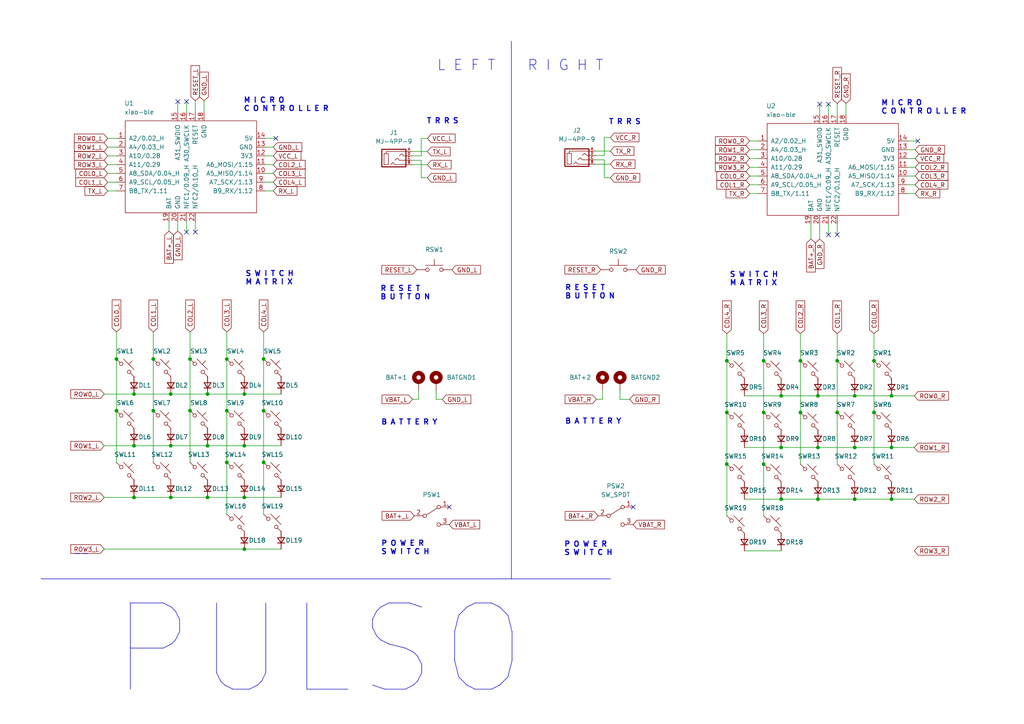
<source format=kicad_sch>
(kicad_sch (version 20211123) (generator eeschema)

  (uuid 4d1e609f-5432-4afb-8ee7-7d2d9aaaee48)

  (paper "A4")

  (title_block
    (title "PULSO split keyboard")
    (date "2022-12-28")
    (rev "0.3")
    (comment 1 "made by IGOR")
  )

  (lib_symbols
    (symbol "Device:D_Small" (pin_numbers hide) (pin_names (offset 0.254) hide) (in_bom yes) (on_board yes)
      (property "Reference" "D" (id 0) (at -1.27 2.032 0)
        (effects (font (size 1.27 1.27)) (justify left))
      )
      (property "Value" "D_Small" (id 1) (at -3.81 -2.032 0)
        (effects (font (size 1.27 1.27)) (justify left))
      )
      (property "Footprint" "" (id 2) (at 0 0 90)
        (effects (font (size 1.27 1.27)) hide)
      )
      (property "Datasheet" "~" (id 3) (at 0 0 90)
        (effects (font (size 1.27 1.27)) hide)
      )
      (property "ki_keywords" "diode" (id 4) (at 0 0 0)
        (effects (font (size 1.27 1.27)) hide)
      )
      (property "ki_description" "Diode, small symbol" (id 5) (at 0 0 0)
        (effects (font (size 1.27 1.27)) hide)
      )
      (property "ki_fp_filters" "TO-???* *_Diode_* *SingleDiode* D_*" (id 6) (at 0 0 0)
        (effects (font (size 1.27 1.27)) hide)
      )
      (symbol "D_Small_0_1"
        (polyline
          (pts
            (xy -0.762 -1.016)
            (xy -0.762 1.016)
          )
          (stroke (width 0.254) (type default) (color 0 0 0 0))
          (fill (type none))
        )
        (polyline
          (pts
            (xy -0.762 0)
            (xy 0.762 0)
          )
          (stroke (width 0) (type default) (color 0 0 0 0))
          (fill (type none))
        )
        (polyline
          (pts
            (xy 0.762 -1.016)
            (xy -0.762 0)
            (xy 0.762 1.016)
            (xy 0.762 -1.016)
          )
          (stroke (width 0.254) (type default) (color 0 0 0 0))
          (fill (type none))
        )
      )
      (symbol "D_Small_1_1"
        (pin passive line (at -2.54 0 0) (length 1.778)
          (name "K" (effects (font (size 1.27 1.27))))
          (number "1" (effects (font (size 1.27 1.27))))
        )
        (pin passive line (at 2.54 0 180) (length 1.778)
          (name "A" (effects (font (size 1.27 1.27))))
          (number "2" (effects (font (size 1.27 1.27))))
        )
      )
    )
    (symbol "Mechanical:MountingHole_Pad" (pin_numbers hide) (pin_names (offset 1.016) hide) (in_bom yes) (on_board yes)
      (property "Reference" "H" (id 0) (at 0 6.35 0)
        (effects (font (size 1.27 1.27)))
      )
      (property "Value" "MountingHole_Pad" (id 1) (at 0 4.445 0)
        (effects (font (size 1.27 1.27)))
      )
      (property "Footprint" "" (id 2) (at 0 0 0)
        (effects (font (size 1.27 1.27)) hide)
      )
      (property "Datasheet" "~" (id 3) (at 0 0 0)
        (effects (font (size 1.27 1.27)) hide)
      )
      (property "ki_keywords" "mounting hole" (id 4) (at 0 0 0)
        (effects (font (size 1.27 1.27)) hide)
      )
      (property "ki_description" "Mounting Hole with connection" (id 5) (at 0 0 0)
        (effects (font (size 1.27 1.27)) hide)
      )
      (property "ki_fp_filters" "MountingHole*Pad*" (id 6) (at 0 0 0)
        (effects (font (size 1.27 1.27)) hide)
      )
      (symbol "MountingHole_Pad_0_1"
        (circle (center 0 1.27) (radius 1.27)
          (stroke (width 1.27) (type default) (color 0 0 0 0))
          (fill (type none))
        )
      )
      (symbol "MountingHole_Pad_1_1"
        (pin input line (at 0 -2.54 90) (length 2.54)
          (name "1" (effects (font (size 1.27 1.27))))
          (number "1" (effects (font (size 1.27 1.27))))
        )
      )
    )
    (symbol "Switch:SW_Push" (pin_numbers hide) (pin_names (offset 1.016) hide) (in_bom yes) (on_board yes)
      (property "Reference" "SW" (id 0) (at 1.27 2.54 0)
        (effects (font (size 1.27 1.27)) (justify left))
      )
      (property "Value" "SW_Push" (id 1) (at 0 -1.524 0)
        (effects (font (size 1.27 1.27)))
      )
      (property "Footprint" "" (id 2) (at 0 5.08 0)
        (effects (font (size 1.27 1.27)) hide)
      )
      (property "Datasheet" "~" (id 3) (at 0 5.08 0)
        (effects (font (size 1.27 1.27)) hide)
      )
      (property "ki_keywords" "switch normally-open pushbutton push-button" (id 4) (at 0 0 0)
        (effects (font (size 1.27 1.27)) hide)
      )
      (property "ki_description" "Push button switch, generic, two pins" (id 5) (at 0 0 0)
        (effects (font (size 1.27 1.27)) hide)
      )
      (symbol "SW_Push_0_1"
        (circle (center -2.032 0) (radius 0.508)
          (stroke (width 0) (type default) (color 0 0 0 0))
          (fill (type none))
        )
        (polyline
          (pts
            (xy 0 1.27)
            (xy 0 3.048)
          )
          (stroke (width 0) (type default) (color 0 0 0 0))
          (fill (type none))
        )
        (polyline
          (pts
            (xy 2.54 1.27)
            (xy -2.54 1.27)
          )
          (stroke (width 0) (type default) (color 0 0 0 0))
          (fill (type none))
        )
        (circle (center 2.032 0) (radius 0.508)
          (stroke (width 0) (type default) (color 0 0 0 0))
          (fill (type none))
        )
        (pin passive line (at -5.08 0 0) (length 2.54)
          (name "1" (effects (font (size 1.27 1.27))))
          (number "1" (effects (font (size 1.27 1.27))))
        )
        (pin passive line (at 5.08 0 180) (length 2.54)
          (name "2" (effects (font (size 1.27 1.27))))
          (number "2" (effects (font (size 1.27 1.27))))
        )
      )
    )
    (symbol "Switch:SW_Push_45deg" (pin_numbers hide) (pin_names (offset 1.016) hide) (in_bom yes) (on_board yes)
      (property "Reference" "SW" (id 0) (at 3.048 1.016 0)
        (effects (font (size 1.27 1.27)) (justify left))
      )
      (property "Value" "SW_Push_45deg" (id 1) (at 0 -3.81 0)
        (effects (font (size 1.27 1.27)))
      )
      (property "Footprint" "" (id 2) (at 0 0 0)
        (effects (font (size 1.27 1.27)) hide)
      )
      (property "Datasheet" "~" (id 3) (at 0 0 0)
        (effects (font (size 1.27 1.27)) hide)
      )
      (property "ki_keywords" "switch normally-open pushbutton push-button" (id 4) (at 0 0 0)
        (effects (font (size 1.27 1.27)) hide)
      )
      (property "ki_description" "Push button switch, normally open, two pins, 45° tilted" (id 5) (at 0 0 0)
        (effects (font (size 1.27 1.27)) hide)
      )
      (symbol "SW_Push_45deg_0_1"
        (circle (center -1.1684 1.1684) (radius 0.508)
          (stroke (width 0) (type default) (color 0 0 0 0))
          (fill (type none))
        )
        (polyline
          (pts
            (xy -0.508 2.54)
            (xy 2.54 -0.508)
          )
          (stroke (width 0) (type default) (color 0 0 0 0))
          (fill (type none))
        )
        (polyline
          (pts
            (xy 1.016 1.016)
            (xy 2.032 2.032)
          )
          (stroke (width 0) (type default) (color 0 0 0 0))
          (fill (type none))
        )
        (polyline
          (pts
            (xy -2.54 2.54)
            (xy -1.524 1.524)
            (xy -1.524 1.524)
          )
          (stroke (width 0) (type default) (color 0 0 0 0))
          (fill (type none))
        )
        (polyline
          (pts
            (xy 1.524 -1.524)
            (xy 2.54 -2.54)
            (xy 2.54 -2.54)
            (xy 2.54 -2.54)
          )
          (stroke (width 0) (type default) (color 0 0 0 0))
          (fill (type none))
        )
        (circle (center 1.143 -1.1938) (radius 0.508)
          (stroke (width 0) (type default) (color 0 0 0 0))
          (fill (type none))
        )
        (pin passive line (at -2.54 2.54 0) (length 0)
          (name "1" (effects (font (size 1.27 1.27))))
          (number "1" (effects (font (size 1.27 1.27))))
        )
        (pin passive line (at 2.54 -2.54 180) (length 0)
          (name "2" (effects (font (size 1.27 1.27))))
          (number "2" (effects (font (size 1.27 1.27))))
        )
      )
    )
    (symbol "Switch:SW_SPDT" (pin_names (offset 0) hide) (in_bom yes) (on_board yes)
      (property "Reference" "SW" (id 0) (at 0 4.318 0)
        (effects (font (size 1.27 1.27)))
      )
      (property "Value" "SW_SPDT" (id 1) (at 0 -5.08 0)
        (effects (font (size 1.27 1.27)))
      )
      (property "Footprint" "" (id 2) (at 0 0 0)
        (effects (font (size 1.27 1.27)) hide)
      )
      (property "Datasheet" "~" (id 3) (at 0 0 0)
        (effects (font (size 1.27 1.27)) hide)
      )
      (property "ki_keywords" "switch single-pole double-throw spdt ON-ON" (id 4) (at 0 0 0)
        (effects (font (size 1.27 1.27)) hide)
      )
      (property "ki_description" "Switch, single pole double throw" (id 5) (at 0 0 0)
        (effects (font (size 1.27 1.27)) hide)
      )
      (symbol "SW_SPDT_0_0"
        (circle (center -2.032 0) (radius 0.508)
          (stroke (width 0) (type default) (color 0 0 0 0))
          (fill (type none))
        )
        (circle (center 2.032 -2.54) (radius 0.508)
          (stroke (width 0) (type default) (color 0 0 0 0))
          (fill (type none))
        )
      )
      (symbol "SW_SPDT_0_1"
        (polyline
          (pts
            (xy -1.524 0.254)
            (xy 1.651 2.286)
          )
          (stroke (width 0) (type default) (color 0 0 0 0))
          (fill (type none))
        )
        (circle (center 2.032 2.54) (radius 0.508)
          (stroke (width 0) (type default) (color 0 0 0 0))
          (fill (type none))
        )
      )
      (symbol "SW_SPDT_1_1"
        (pin passive line (at 5.08 2.54 180) (length 2.54)
          (name "A" (effects (font (size 1.27 1.27))))
          (number "1" (effects (font (size 1.27 1.27))))
        )
        (pin passive line (at -5.08 0 0) (length 2.54)
          (name "B" (effects (font (size 1.27 1.27))))
          (number "2" (effects (font (size 1.27 1.27))))
        )
        (pin passive line (at 5.08 -2.54 180) (length 2.54)
          (name "C" (effects (font (size 1.27 1.27))))
          (number "3" (effects (font (size 1.27 1.27))))
        )
      )
    )
    (symbol "kbd:MJ-4PP-9" (pin_names (offset 1.016)) (in_bom yes) (on_board yes)
      (property "Reference" "J" (id 0) (at 0 3.81 0)
        (effects (font (size 1.27 1.27)))
      )
      (property "Value" "MJ-4PP-9" (id 1) (at 0 -3.81 0)
        (effects (font (size 1.27 1.27)))
      )
      (property "Footprint" "" (id 2) (at 6.985 4.445 0)
        (effects (font (size 1.27 1.27)) hide)
      )
      (property "Datasheet" "~" (id 3) (at 6.985 4.445 0)
        (effects (font (size 1.27 1.27)) hide)
      )
      (property "ki_keywords" "audio jack receptable stereo headphones TRRS connector" (id 4) (at 0 0 0)
        (effects (font (size 1.27 1.27)) hide)
      )
      (property "ki_description" "4-pin (audio) jack receptable (stereo + 4th pin/TRRS connector), compatible with PJ320A" (id 5) (at 0 0 0)
        (effects (font (size 1.27 1.27)) hide)
      )
      (symbol "MJ-4PP-9_0_1"
        (rectangle (start -1.905 -1.905) (end -3.175 1.27)
          (stroke (width 0) (type default) (color 0 0 0 0))
          (fill (type none))
        )
        (polyline
          (pts
            (xy -2.54 1.27)
            (xy -2.54 1.905)
            (xy 3.175 1.905)
          )
          (stroke (width 0) (type default) (color 0 0 0 0))
          (fill (type none))
        )
        (polyline
          (pts
            (xy -1.27 -1.905)
            (xy -0.635 -1.27)
            (xy 0 -1.905)
            (xy 3.175 -1.905)
          )
          (stroke (width 0) (type default) (color 0 0 0 0))
          (fill (type none))
        )
        (polyline
          (pts
            (xy 0 -0.635)
            (xy 0.635 0)
            (xy 1.27 -0.635)
            (xy 3.175 -0.635)
          )
          (stroke (width 0) (type default) (color 0 0 0 0))
          (fill (type none))
        )
        (polyline
          (pts
            (xy 1.27 0.635)
            (xy 1.905 1.27)
            (xy 2.54 0.635)
            (xy 3.175 0.635)
          )
          (stroke (width 0) (type default) (color 0 0 0 0))
          (fill (type none))
        )
        (rectangle (start 3.175 2.54) (end -3.81 -2.54)
          (stroke (width 0.3048) (type default) (color 0 0 0 0))
          (fill (type none))
        )
      )
      (symbol "MJ-4PP-9_1_1"
        (pin input line (at 5.08 1.905 180) (length 2.0066)
          (name "~" (effects (font (size 0.508 0.508))))
          (number "A" (effects (font (size 0.7112 0.7112))))
        )
        (pin input line (at 5.08 -1.905 180) (length 2.0066)
          (name "~" (effects (font (size 0.508 0.508))))
          (number "B" (effects (font (size 0.7112 0.7112))))
        )
        (pin input line (at 5.08 -0.635 180) (length 2.0066)
          (name "~" (effects (font (size 0.508 0.508))))
          (number "C" (effects (font (size 0.7112 0.7112))))
        )
        (pin input line (at 5.08 0.635 180) (length 2.0066)
          (name "~" (effects (font (size 0.508 0.508))))
          (number "D" (effects (font (size 0.7112 0.7112))))
        )
      )
    )
    (symbol "mcu:xiao-ble" (pin_names (offset 1.016)) (in_bom yes) (on_board yes)
      (property "Reference" "U" (id 0) (at -17.78 16.51 0)
        (effects (font (size 1.27 1.27)))
      )
      (property "Value" "xiao-ble" (id 1) (at -15.24 13.97 0)
        (effects (font (size 1.27 1.27)))
      )
      (property "Footprint" "" (id 2) (at -7.62 5.08 0)
        (effects (font (size 1.27 1.27)) hide)
      )
      (property "Datasheet" "" (id 3) (at -7.62 5.08 0)
        (effects (font (size 1.27 1.27)) hide)
      )
      (symbol "xiao-ble_0_1"
        (rectangle (start -19.05 12.7) (end 19.05 -13.97)
          (stroke (width 0) (type default) (color 0 0 0 0))
          (fill (type none))
        )
      )
      (symbol "xiao-ble_1_1"
        (pin bidirectional line (at -21.59 7.62 0) (length 2.54)
          (name "A2/0.02_H" (effects (font (size 1.27 1.27))))
          (number "1" (effects (font (size 1.27 1.27))))
        )
        (pin bidirectional line (at 21.59 -2.54 180) (length 2.54)
          (name "A5_MISO/1.14" (effects (font (size 1.27 1.27))))
          (number "10" (effects (font (size 1.27 1.27))))
        )
        (pin bidirectional line (at 21.59 0 180) (length 2.54)
          (name "A6_MOSI/1.15" (effects (font (size 1.27 1.27))))
          (number "11" (effects (font (size 1.27 1.27))))
        )
        (pin power_out line (at 21.59 2.54 180) (length 2.54)
          (name "3V3" (effects (font (size 1.27 1.27))))
          (number "12" (effects (font (size 1.27 1.27))))
        )
        (pin power_out line (at 21.59 5.08 180) (length 2.54)
          (name "GND" (effects (font (size 1.27 1.27))))
          (number "13" (effects (font (size 1.27 1.27))))
        )
        (pin power_out line (at 21.59 7.62 180) (length 2.54)
          (name "5V" (effects (font (size 1.27 1.27))))
          (number "14" (effects (font (size 1.27 1.27))))
        )
        (pin input line (at -3.81 15.24 270) (length 2.54)
          (name "A31_SWDIO" (effects (font (size 1.27 1.27))))
          (number "15" (effects (font (size 1.27 1.27))))
        )
        (pin input line (at -1.27 15.24 270) (length 2.54)
          (name "A30_SWCLK" (effects (font (size 1.27 1.27))))
          (number "16" (effects (font (size 1.27 1.27))))
        )
        (pin input line (at 1.27 15.24 270) (length 2.54)
          (name "RESET" (effects (font (size 1.27 1.27))))
          (number "17" (effects (font (size 1.27 1.27))))
        )
        (pin power_out line (at 3.81 15.24 270) (length 2.54)
          (name "GND" (effects (font (size 1.27 1.27))))
          (number "18" (effects (font (size 1.27 1.27))))
        )
        (pin bidirectional line (at -6.35 -16.51 90) (length 2.54)
          (name "BAT" (effects (font (size 1.27 1.27))))
          (number "19" (effects (font (size 1.27 1.27))))
        )
        (pin bidirectional line (at -21.59 5.08 0) (length 2.54)
          (name "A4/0.03_H" (effects (font (size 1.27 1.27))))
          (number "2" (effects (font (size 1.27 1.27))))
        )
        (pin power_out line (at -3.81 -16.51 90) (length 2.54)
          (name "GND" (effects (font (size 1.27 1.27))))
          (number "20" (effects (font (size 1.27 1.27))))
        )
        (pin bidirectional line (at -1.27 -16.51 90) (length 2.54)
          (name "NFC1/0.09_H" (effects (font (size 1.27 1.27))))
          (number "21" (effects (font (size 1.27 1.27))))
        )
        (pin bidirectional line (at 1.27 -16.51 90) (length 2.54)
          (name "NFC2/0.10_H" (effects (font (size 1.27 1.27))))
          (number "22" (effects (font (size 1.27 1.27))))
        )
        (pin bidirectional line (at -21.59 2.54 0) (length 2.54)
          (name "A10/0.28" (effects (font (size 1.27 1.27))))
          (number "3" (effects (font (size 1.27 1.27))))
        )
        (pin bidirectional line (at -21.59 0 0) (length 2.54)
          (name "A11/0.29" (effects (font (size 1.27 1.27))))
          (number "4" (effects (font (size 1.27 1.27))))
        )
        (pin bidirectional line (at -21.59 -2.54 0) (length 2.54)
          (name "A8_SDA/0.04_H" (effects (font (size 1.27 1.27))))
          (number "5" (effects (font (size 1.27 1.27))))
        )
        (pin bidirectional line (at -21.59 -5.08 0) (length 2.54)
          (name "A9_SCL/0.05_H" (effects (font (size 1.27 1.27))))
          (number "6" (effects (font (size 1.27 1.27))))
        )
        (pin bidirectional line (at -21.59 -7.62 0) (length 2.54)
          (name "B8_TX/1.11" (effects (font (size 1.27 1.27))))
          (number "7" (effects (font (size 1.27 1.27))))
        )
        (pin bidirectional line (at 21.59 -7.62 180) (length 2.54)
          (name "B9_RX/1.12" (effects (font (size 1.27 1.27))))
          (number "8" (effects (font (size 1.27 1.27))))
        )
        (pin bidirectional line (at 21.59 -5.08 180) (length 2.54)
          (name "A7_SCK/1.13" (effects (font (size 1.27 1.27))))
          (number "9" (effects (font (size 1.27 1.27))))
        )
      )
    )
  )

  (junction (at 33.782 104.14) (diameter 0) (color 0 0 0 0)
    (uuid 00b3b1f1-840b-4e58-9c51-e1ad591adf77)
  )
  (junction (at 226.568 129.794) (diameter 0) (color 0 0 0 0)
    (uuid 06710795-3135-446b-80ae-5e1bea644528)
  )
  (junction (at 49.53 114.3) (diameter 0) (color 0 0 0 0)
    (uuid 0823ae04-2ad7-4806-a401-4c68b8704156)
  )
  (junction (at 44.45 119.126) (diameter 0) (color 0 0 0 0)
    (uuid 12e29d99-a29a-4827-b9ec-b8b260d9bf92)
  )
  (junction (at 55.118 119.126) (diameter 0) (color 0 0 0 0)
    (uuid 1f286613-20f3-4ad1-8f7f-2fec857054a1)
  )
  (junction (at 70.866 129.286) (diameter 0) (color 0 0 0 0)
    (uuid 28181998-3d42-4d80-a39f-fee10e035945)
  )
  (junction (at 226.568 144.78) (diameter 0) (color 0 0 0 0)
    (uuid 28d10ee0-4a16-4d0e-96c6-ce05c5dae587)
  )
  (junction (at 237.236 114.808) (diameter 0) (color 0 0 0 0)
    (uuid 2bd784aa-d30d-4f97-93ea-636873d49e36)
  )
  (junction (at 49.53 144.272) (diameter 0) (color 0 0 0 0)
    (uuid 317ace68-af84-43b8-b290-af9e07d1d07c)
  )
  (junction (at 232.156 119.634) (diameter 0) (color 0 0 0 0)
    (uuid 396037a6-e91b-4e87-9077-f68857bfe1c4)
  )
  (junction (at 258.572 144.78) (diameter 0) (color 0 0 0 0)
    (uuid 3b36577f-cdb1-4577-8d59-377b0e4904ff)
  )
  (junction (at 76.454 104.14) (diameter 0) (color 0 0 0 0)
    (uuid 3da8ef01-42c0-49b5-93b1-f1fedb484394)
  )
  (junction (at 70.866 144.272) (diameter 0) (color 0 0 0 0)
    (uuid 3ed5dcd2-cb20-4066-bd4b-92cbbcfbc489)
  )
  (junction (at 221.488 119.634) (diameter 0) (color 0 0 0 0)
    (uuid 3ffd82c5-51d0-4e97-9aae-031a20f58ac9)
  )
  (junction (at 247.904 144.78) (diameter 0) (color 0 0 0 0)
    (uuid 461817a3-50ca-4fae-a712-4942f79ae139)
  )
  (junction (at 76.454 119.126) (diameter 0) (color 0 0 0 0)
    (uuid 461cca8b-f20d-436a-b59f-e078d16e2a04)
  )
  (junction (at 44.45 104.14) (diameter 0) (color 0 0 0 0)
    (uuid 48e5a361-7cab-47e8-9e4b-e58699cb656b)
  )
  (junction (at 70.866 114.3) (diameter 0) (color 0 0 0 0)
    (uuid 4c9f5d6d-df50-4f17-b925-4e9559133737)
  )
  (junction (at 210.82 134.62) (diameter 0) (color 0 0 0 0)
    (uuid 5f753566-e61e-4541-ad57-bc79d34b94d5)
  )
  (junction (at 55.118 104.14) (diameter 0) (color 0 0 0 0)
    (uuid 68160d7e-f79c-4a33-a415-2f2ce85a90f5)
  )
  (junction (at 247.904 129.794) (diameter 0) (color 0 0 0 0)
    (uuid 6b6cc145-4282-4d4a-9204-08024cd04099)
  )
  (junction (at 242.824 104.648) (diameter 0) (color 0 0 0 0)
    (uuid 6d71dc3e-dca3-457c-9a90-59d15c92315b)
  )
  (junction (at 60.198 144.272) (diameter 0) (color 0 0 0 0)
    (uuid 76078e6d-7374-4527-83cd-1d28d0ad2730)
  )
  (junction (at 38.862 144.272) (diameter 0) (color 0 0 0 0)
    (uuid 79c9c1d5-0dde-4ddd-9ba7-a7eacbace8d3)
  )
  (junction (at 232.156 104.648) (diameter 0) (color 0 0 0 0)
    (uuid 7a859eed-da10-4bff-b4c8-3684a64bc415)
  )
  (junction (at 247.904 114.808) (diameter 0) (color 0 0 0 0)
    (uuid 85328f25-6ce8-4af6-b4bf-4cbaa9e124bc)
  )
  (junction (at 210.82 104.648) (diameter 0) (color 0 0 0 0)
    (uuid 9f3c3695-48ba-4bf5-8c2d-a17948240dc6)
  )
  (junction (at 65.786 104.14) (diameter 0) (color 0 0 0 0)
    (uuid a2f9f496-e054-41d6-86d1-dd9815f709ba)
  )
  (junction (at 60.198 114.3) (diameter 0) (color 0 0 0 0)
    (uuid a57c4240-3d7e-4644-8613-91d0711ad577)
  )
  (junction (at 258.572 129.794) (diameter 0) (color 0 0 0 0)
    (uuid a9217d8e-9606-400b-9256-ec51d6a98a2d)
  )
  (junction (at 49.53 129.286) (diameter 0) (color 0 0 0 0)
    (uuid aa720e16-7104-4d9c-9058-23fe0537fe69)
  )
  (junction (at 33.782 119.126) (diameter 0) (color 0 0 0 0)
    (uuid ad492f85-8786-4cd5-902f-00e8d0a88dcb)
  )
  (junction (at 258.572 114.808) (diameter 0) (color 0 0 0 0)
    (uuid b1f7fadd-c71d-4a99-8018-43a96016570c)
  )
  (junction (at 70.866 159.258) (diameter 0) (color 0 0 0 0)
    (uuid bba38b4a-84e7-4b81-aa45-2458ef3dd00f)
  )
  (junction (at 237.236 129.794) (diameter 0) (color 0 0 0 0)
    (uuid bde5db9f-664c-4f1d-af69-55742569178b)
  )
  (junction (at 221.488 134.62) (diameter 0) (color 0 0 0 0)
    (uuid bf18cd36-6341-425b-9a83-40a5bbd41268)
  )
  (junction (at 253.492 119.634) (diameter 0) (color 0 0 0 0)
    (uuid d8b5eb0c-2ec3-4dd1-9d69-300725bd8045)
  )
  (junction (at 242.824 119.634) (diameter 0) (color 0 0 0 0)
    (uuid e486e93a-314c-464b-a6fd-330bd3ba7613)
  )
  (junction (at 38.862 129.286) (diameter 0) (color 0 0 0 0)
    (uuid e8ab7fb6-f091-4552-a7e6-d50e7d99d366)
  )
  (junction (at 65.786 119.126) (diameter 0) (color 0 0 0 0)
    (uuid e8c905c7-3671-44e3-9f23-747f052432a1)
  )
  (junction (at 76.454 134.112) (diameter 0) (color 0 0 0 0)
    (uuid edc870e3-145f-4db3-bb4d-01346e32d54a)
  )
  (junction (at 65.786 134.112) (diameter 0) (color 0 0 0 0)
    (uuid f18815ce-73f9-4672-825b-5079a9024b5e)
  )
  (junction (at 226.568 114.808) (diameter 0) (color 0 0 0 0)
    (uuid f354663a-0cb8-48c0-9829-7562440553af)
  )
  (junction (at 60.198 129.286) (diameter 0) (color 0 0 0 0)
    (uuid f504aeff-81ed-49d1-b963-d507a490be53)
  )
  (junction (at 237.236 144.78) (diameter 0) (color 0 0 0 0)
    (uuid f79625e7-b71f-4042-b21a-16a874945f81)
  )
  (junction (at 38.862 114.3) (diameter 0) (color 0 0 0 0)
    (uuid f7d58153-e90b-4d7f-ac48-c2f063a21d02)
  )
  (junction (at 253.492 104.648) (diameter 0) (color 0 0 0 0)
    (uuid f9061ec3-d2a9-4b64-aedd-968d1766cc69)
  )
  (junction (at 221.488 104.648) (diameter 0) (color 0 0 0 0)
    (uuid fb47a420-cf54-43d4-aa4e-06496393b3e5)
  )
  (junction (at 210.82 119.634) (diameter 0) (color 0 0 0 0)
    (uuid ff7b7753-0669-4700-8e89-3a2391502854)
  )

  (no_connect (at 237.744 30.226) (uuid 4a62b8d0-6e26-46a9-88ce-77af2722e92a))
  (no_connect (at 240.284 30.226) (uuid 4a62b8d0-6e26-46a9-88ce-77af2722e92b))
  (no_connect (at 54.102 67.31) (uuid 6a9171bf-1129-4f13-ba59-c8308abb87ad))
  (no_connect (at 56.642 67.31) (uuid 6a9171bf-1129-4f13-ba59-c8308abb87ae))
  (no_connect (at 183.642 147.066) (uuid 839c3f08-6a29-445c-ab5c-00a08c3769a9))
  (no_connect (at 54.102 29.464) (uuid 85787ec2-9e13-474f-8322-a19f08ed4654))
  (no_connect (at 51.562 29.464) (uuid 85787ec2-9e13-474f-8322-a19f08ed4655))
  (no_connect (at 266.192 40.894) (uuid b540916f-12c5-439a-aa68-15913682db20))
  (no_connect (at 80.01 40.132) (uuid f048eeb7-79d2-4145-b78d-f16aa32cb282))
  (no_connect (at 130.302 147.066) (uuid f4b0bd90-e3f9-4f1c-9405-c6e3aa1a75cd))
  (no_connect (at 242.824 68.072) (uuid f69e8b8d-ea0b-4bda-8d95-142ee9417c15))
  (no_connect (at 240.284 68.072) (uuid f69e8b8d-ea0b-4bda-8d95-142ee9417c16))

  (wire (pts (xy 215.9 144.78) (xy 226.568 144.78))
    (stroke (width 0) (type default) (color 0 0 0 0))
    (uuid 00280292-8452-4d00-a7ed-6d930fb1c472)
  )
  (wire (pts (xy 49.022 64.262) (xy 49.022 67.056))
    (stroke (width 0) (type default) (color 0 0 0 0))
    (uuid 01f9e0f1-621a-4950-9891-dfe2d70311c9)
  )
  (wire (pts (xy 217.424 40.894) (xy 219.964 40.894))
    (stroke (width 0) (type default) (color 0 0 0 0))
    (uuid 0227582d-e389-4dfd-8edb-2e2001cbddf1)
  )
  (wire (pts (xy 215.9 129.794) (xy 226.568 129.794))
    (stroke (width 0) (type default) (color 0 0 0 0))
    (uuid 035c0b33-ecb8-4f91-b98c-354a13952fed)
  )
  (wire (pts (xy 247.904 114.808) (xy 258.572 114.808))
    (stroke (width 0) (type default) (color 0 0 0 0))
    (uuid 0745ff97-f214-48f3-beda-51bff2ed39f3)
  )
  (wire (pts (xy 179.832 113.284) (xy 179.832 115.824))
    (stroke (width 0) (type default) (color 0 0 0 0))
    (uuid 07d69ca5-f6e3-4a26-9bd0-40b009531615)
  )
  (wire (pts (xy 76.962 40.132) (xy 80.01 40.132))
    (stroke (width 0) (type default) (color 0 0 0 0))
    (uuid 0a3f1e00-9650-48a0-9ea7-4666325ca804)
  )
  (wire (pts (xy 253.492 96.774) (xy 253.492 104.648))
    (stroke (width 0) (type default) (color 0 0 0 0))
    (uuid 0f9eca88-65b4-4062-92f9-ac279f9c2d37)
  )
  (wire (pts (xy 126.492 115.824) (xy 128.27 115.824))
    (stroke (width 0) (type default) (color 0 0 0 0))
    (uuid 0fed6e94-679d-4a68-9f2e-b63fc8ab8afd)
  )
  (wire (pts (xy 126.492 113.284) (xy 126.492 115.824))
    (stroke (width 0) (type default) (color 0 0 0 0))
    (uuid 10276b45-f69e-4d9e-a2bd-1ce53d6e4316)
  )
  (wire (pts (xy 56.642 29.21) (xy 56.642 32.512))
    (stroke (width 0) (type default) (color 0 0 0 0))
    (uuid 1d04e376-d1d5-40a1-bf63-6a9880a25426)
  )
  (wire (pts (xy 65.786 104.14) (xy 65.786 119.126))
    (stroke (width 0) (type default) (color 0 0 0 0))
    (uuid 1ffb61df-62d8-43e0-ae8e-fa3680f3601b)
  )
  (wire (pts (xy 263.144 51.054) (xy 265.43 51.054))
    (stroke (width 0) (type default) (color 0 0 0 0))
    (uuid 20fb277e-77ae-448f-b0a6-ac8305afc629)
  )
  (wire (pts (xy 240.284 65.024) (xy 240.284 68.072))
    (stroke (width 0) (type default) (color 0 0 0 0))
    (uuid 227de40d-89fe-496b-be3b-8e55a5e2320b)
  )
  (wire (pts (xy 49.53 144.272) (xy 60.198 144.272))
    (stroke (width 0) (type default) (color 0 0 0 0))
    (uuid 24afaf9e-33aa-4f2b-b422-2fd0fdd0d8d3)
  )
  (wire (pts (xy 210.82 96.774) (xy 210.82 104.648))
    (stroke (width 0) (type default) (color 0 0 0 0))
    (uuid 26f1e9d7-25bc-425f-979c-6ecd2b921537)
  )
  (wire (pts (xy 31.242 40.132) (xy 33.782 40.132))
    (stroke (width 0) (type default) (color 0 0 0 0))
    (uuid 28e89341-5e35-4bfe-93fd-828a89744932)
  )
  (wire (pts (xy 217.424 56.134) (xy 219.964 56.134))
    (stroke (width 0) (type default) (color 0 0 0 0))
    (uuid 2db31aca-56b3-4801-b61a-a239fce9a93f)
  )
  (wire (pts (xy 122.174 40.132) (xy 122.174 45.212))
    (stroke (width 0) (type default) (color 0 0 0 0))
    (uuid 2db34d22-f497-47df-9dab-3e66b3f28f5f)
  )
  (wire (pts (xy 175.26 46.355) (xy 175.26 51.562))
    (stroke (width 0) (type default) (color 0 0 0 0))
    (uuid 2db7f29b-a339-497a-91cb-eaa02f786b3e)
  )
  (wire (pts (xy 70.866 129.286) (xy 81.534 129.286))
    (stroke (width 0) (type default) (color 0 0 0 0))
    (uuid 32d5959a-bf37-4ec9-9a37-fb44bee31b77)
  )
  (wire (pts (xy 226.568 144.78) (xy 237.236 144.78))
    (stroke (width 0) (type default) (color 0 0 0 0))
    (uuid 34084487-be7c-4e96-91fe-0a07fd63f99c)
  )
  (wire (pts (xy 210.82 134.62) (xy 210.82 149.606))
    (stroke (width 0) (type default) (color 0 0 0 0))
    (uuid 3517a990-90d5-4a6e-89f2-2add22b1a4a9)
  )
  (wire (pts (xy 210.82 119.634) (xy 210.82 134.62))
    (stroke (width 0) (type default) (color 0 0 0 0))
    (uuid 38bbd938-00e8-4b05-9317-05c2aeb551db)
  )
  (wire (pts (xy 237.236 114.808) (xy 247.904 114.808))
    (stroke (width 0) (type default) (color 0 0 0 0))
    (uuid 39f32492-1b61-4070-892e-85202bbe82e6)
  )
  (wire (pts (xy 217.424 51.054) (xy 219.964 51.054))
    (stroke (width 0) (type default) (color 0 0 0 0))
    (uuid 3c715446-21a0-47fe-842c-6b3c6eff4c19)
  )
  (wire (pts (xy 65.786 119.126) (xy 65.786 134.112))
    (stroke (width 0) (type default) (color 0 0 0 0))
    (uuid 3c9fb477-f16c-412e-92bf-1e9c37fb4383)
  )
  (wire (pts (xy 263.144 43.434) (xy 265.43 43.434))
    (stroke (width 0) (type default) (color 0 0 0 0))
    (uuid 3d009266-3a68-400c-be66-2c4b4e231cf6)
  )
  (wire (pts (xy 122.174 46.482) (xy 122.174 51.562))
    (stroke (width 0) (type default) (color 0 0 0 0))
    (uuid 48e69398-a97f-4cd8-89f5-8efb2e410f7c)
  )
  (wire (pts (xy 38.862 129.286) (xy 49.53 129.286))
    (stroke (width 0) (type default) (color 0 0 0 0))
    (uuid 4b23f63a-546c-4c47-aa6f-c64de8ea900d)
  )
  (wire (pts (xy 76.454 104.14) (xy 76.454 119.126))
    (stroke (width 0) (type default) (color 0 0 0 0))
    (uuid 4c6e788d-b71a-43ea-952d-068d8a8cfa7b)
  )
  (wire (pts (xy 242.824 104.648) (xy 242.824 119.634))
    (stroke (width 0) (type default) (color 0 0 0 0))
    (uuid 4c7a8e87-fb1c-476f-b382-e62bb328dca6)
  )
  (wire (pts (xy 232.156 96.774) (xy 232.156 104.648))
    (stroke (width 0) (type default) (color 0 0 0 0))
    (uuid 4cef57ba-4a53-4643-9122-d62b1b55660b)
  )
  (wire (pts (xy 215.9 114.808) (xy 226.568 114.808))
    (stroke (width 0) (type default) (color 0 0 0 0))
    (uuid 4d849caf-e714-4a4c-9059-df9d9d375f39)
  )
  (wire (pts (xy 76.962 45.212) (xy 79.248 45.212))
    (stroke (width 0) (type default) (color 0 0 0 0))
    (uuid 4eb11f41-fc2f-40ff-93df-e4e9c2448fed)
  )
  (wire (pts (xy 31.242 47.752) (xy 33.782 47.752))
    (stroke (width 0) (type default) (color 0 0 0 0))
    (uuid 4f9b1e2d-6036-43be-b3c5-4f5dcd28d404)
  )
  (wire (pts (xy 54.102 29.464) (xy 54.102 32.512))
    (stroke (width 0) (type default) (color 0 0 0 0))
    (uuid 514ca378-c17f-40e4-9934-0d0d4e98ab90)
  )
  (wire (pts (xy 172.72 47.625) (xy 177.038 47.625))
    (stroke (width 0) (type default) (color 0 0 0 0))
    (uuid 533138fa-4786-4f4b-ac31-5179ab5438b8)
  )
  (wire (pts (xy 217.424 48.514) (xy 219.964 48.514))
    (stroke (width 0) (type default) (color 0 0 0 0))
    (uuid 55f4ce5c-5ade-4b5d-b3ff-a4f998f63090)
  )
  (wire (pts (xy 30.226 129.286) (xy 38.862 129.286))
    (stroke (width 0) (type default) (color 0 0 0 0))
    (uuid 57be7bfd-ab51-478a-8665-85db28727cbc)
  )
  (wire (pts (xy 237.744 65.024) (xy 237.744 69.342))
    (stroke (width 0) (type default) (color 0 0 0 0))
    (uuid 58eb4bc5-abe9-4474-bd2c-68770d257017)
  )
  (wire (pts (xy 76.962 52.832) (xy 79.248 52.832))
    (stroke (width 0) (type default) (color 0 0 0 0))
    (uuid 59a3fa6a-d815-4914-95be-550b309a5614)
  )
  (wire (pts (xy 253.492 104.648) (xy 253.492 119.634))
    (stroke (width 0) (type default) (color 0 0 0 0))
    (uuid 5ac646b7-e86e-4528-add6-1a70c2099269)
  )
  (wire (pts (xy 38.862 144.272) (xy 49.53 144.272))
    (stroke (width 0) (type default) (color 0 0 0 0))
    (uuid 5f0b2b6d-a0fd-47a3-8667-5f226fedb517)
  )
  (wire (pts (xy 51.562 29.464) (xy 51.562 32.512))
    (stroke (width 0) (type default) (color 0 0 0 0))
    (uuid 630a5f35-0fdb-45da-ae14-b4fcb5456dd8)
  )
  (wire (pts (xy 76.962 55.372) (xy 79.248 55.372))
    (stroke (width 0) (type default) (color 0 0 0 0))
    (uuid 642d203b-9be1-46e0-9e41-c1dc7808cdc5)
  )
  (polyline (pts (xy 21.59 160.528) (xy 25.4 160.528))
    (stroke (width 0) (type default) (color 0 0 0 0))
    (uuid 672ea514-758d-4298-b818-0ee4f5667057)
  )

  (wire (pts (xy 263.144 56.134) (xy 265.43 56.134))
    (stroke (width 0) (type default) (color 0 0 0 0))
    (uuid 6bf3ea73-ce95-4dd0-837d-04b220b8e0c7)
  )
  (wire (pts (xy 263.144 40.894) (xy 266.192 40.894))
    (stroke (width 0) (type default) (color 0 0 0 0))
    (uuid 6f900755-7d19-469b-b1db-3e2b3b5b8a28)
  )
  (wire (pts (xy 215.9 159.766) (xy 226.568 159.766))
    (stroke (width 0) (type default) (color 0 0 0 0))
    (uuid 6fe2f762-731f-470b-81b0-319cf59beae4)
  )
  (wire (pts (xy 70.866 114.3) (xy 81.534 114.3))
    (stroke (width 0) (type default) (color 0 0 0 0))
    (uuid 719babdd-d62f-44c2-b0a4-f60c2cdb6cc3)
  )
  (wire (pts (xy 175.26 51.562) (xy 177.038 51.562))
    (stroke (width 0) (type default) (color 0 0 0 0))
    (uuid 7215cc52-8fa5-4343-a8ec-6afcc9706ac3)
  )
  (wire (pts (xy 258.572 129.794) (xy 265.176 129.794))
    (stroke (width 0) (type default) (color 0 0 0 0))
    (uuid 739c0653-fb89-41a0-9e55-ea3cb371a97a)
  )
  (wire (pts (xy 263.144 48.514) (xy 265.43 48.514))
    (stroke (width 0) (type default) (color 0 0 0 0))
    (uuid 775d5b08-5a3f-49e2-b6af-17694dd41e92)
  )
  (wire (pts (xy 242.824 119.634) (xy 242.824 134.62))
    (stroke (width 0) (type default) (color 0 0 0 0))
    (uuid 79268689-1bf7-4b67-99a5-3de741873baf)
  )
  (wire (pts (xy 33.782 96.266) (xy 33.782 104.14))
    (stroke (width 0) (type default) (color 0 0 0 0))
    (uuid 7cb815b1-e39e-4cb7-93b0-a95394bb3795)
  )
  (wire (pts (xy 76.454 96.266) (xy 76.454 104.14))
    (stroke (width 0) (type default) (color 0 0 0 0))
    (uuid 7fb40e25-187a-4c82-bab3-33f70e10a38e)
  )
  (wire (pts (xy 122.174 40.132) (xy 123.952 40.132))
    (stroke (width 0) (type default) (color 0 0 0 0))
    (uuid 80ab4a57-83bf-4e0d-a779-bccae0faa98d)
  )
  (wire (pts (xy 232.156 119.634) (xy 232.156 134.62))
    (stroke (width 0) (type default) (color 0 0 0 0))
    (uuid 80f37a89-30c4-48e5-9870-ac5e3d8aca91)
  )
  (wire (pts (xy 177.038 39.878) (xy 175.26 39.878))
    (stroke (width 0) (type default) (color 0 0 0 0))
    (uuid 8377cdd6-9773-4d1a-9f02-1ad3bf946a25)
  )
  (wire (pts (xy 258.572 144.78) (xy 265.176 144.78))
    (stroke (width 0) (type default) (color 0 0 0 0))
    (uuid 8aea9c46-e1dc-488b-8003-fded3fcc176f)
  )
  (wire (pts (xy 31.242 45.212) (xy 33.782 45.212))
    (stroke (width 0) (type default) (color 0 0 0 0))
    (uuid 8b0603d8-3e29-4f14-9dbd-d23e05f903f2)
  )
  (wire (pts (xy 65.786 96.266) (xy 65.786 104.14))
    (stroke (width 0) (type default) (color 0 0 0 0))
    (uuid 8b2f988a-e984-42da-85af-820ce9f53019)
  )
  (wire (pts (xy 76.454 134.112) (xy 76.454 149.098))
    (stroke (width 0) (type default) (color 0 0 0 0))
    (uuid 8d4395fc-d218-4907-a342-382d187379f7)
  )
  (wire (pts (xy 119.634 115.824) (xy 121.412 115.824))
    (stroke (width 0) (type default) (color 0 0 0 0))
    (uuid 8e803e6c-f81a-4029-b4e8-96dffc9d9dc1)
  )
  (wire (pts (xy 221.488 104.648) (xy 221.488 119.634))
    (stroke (width 0) (type default) (color 0 0 0 0))
    (uuid 90ac1051-7183-48d9-a67c-7a24fdcfa22e)
  )
  (wire (pts (xy 242.824 96.774) (xy 242.824 104.648))
    (stroke (width 0) (type default) (color 0 0 0 0))
    (uuid 916b4448-551f-453f-894a-fe4a117a80f7)
  )
  (wire (pts (xy 242.824 65.024) (xy 242.824 68.072))
    (stroke (width 0) (type default) (color 0 0 0 0))
    (uuid 921021c7-7732-4730-bbcc-3ac9dad25d12)
  )
  (wire (pts (xy 119.634 47.752) (xy 123.952 47.752))
    (stroke (width 0) (type default) (color 0 0 0 0))
    (uuid 92f402f5-bca9-4286-ba6c-b5ed19892ea2)
  )
  (wire (pts (xy 119.634 45.212) (xy 122.174 45.212))
    (stroke (width 0) (type default) (color 0 0 0 0))
    (uuid 965d63c3-294b-45ab-b26e-0731d82a19dd)
  )
  (wire (pts (xy 221.488 134.62) (xy 221.488 149.606))
    (stroke (width 0) (type default) (color 0 0 0 0))
    (uuid 9950cc35-4b83-4d9c-bc0f-2592d5f9eb72)
  )
  (wire (pts (xy 119.634 43.942) (xy 123.952 43.942))
    (stroke (width 0) (type default) (color 0 0 0 0))
    (uuid a0fe5815-efa5-4a90-9ef0-d707f3ca0df2)
  )
  (wire (pts (xy 237.236 144.78) (xy 247.904 144.78))
    (stroke (width 0) (type default) (color 0 0 0 0))
    (uuid a52c6362-9775-4c1e-a2da-f8543e88b574)
  )
  (wire (pts (xy 245.364 29.972) (xy 245.364 33.274))
    (stroke (width 0) (type default) (color 0 0 0 0))
    (uuid a548612a-ee71-4f83-96c8-0507ce881b14)
  )
  (polyline (pts (xy 148.336 11.938) (xy 148.336 167.894))
    (stroke (width 0) (type solid) (color 0 0 0 0))
    (uuid a60e6c16-7669-4f0a-8959-4baff84e66ac)
  )

  (wire (pts (xy 121.412 115.824) (xy 121.412 113.284))
    (stroke (width 0) (type default) (color 0 0 0 0))
    (uuid a7d8382e-cadc-46f7-88ab-bb66e2ec9c68)
  )
  (wire (pts (xy 30.226 114.3) (xy 38.862 114.3))
    (stroke (width 0) (type default) (color 0 0 0 0))
    (uuid a7e9a357-f3fb-4402-b0a8-e63bb4605912)
  )
  (wire (pts (xy 76.454 119.126) (xy 76.454 134.112))
    (stroke (width 0) (type default) (color 0 0 0 0))
    (uuid acea6535-28b8-41a9-99f9-35584955a31e)
  )
  (wire (pts (xy 59.182 29.21) (xy 59.182 32.512))
    (stroke (width 0) (type default) (color 0 0 0 0))
    (uuid b04b447d-e63f-4468-a829-ec6d659d9841)
  )
  (wire (pts (xy 49.53 129.286) (xy 60.198 129.286))
    (stroke (width 0) (type default) (color 0 0 0 0))
    (uuid b14b0a12-2680-4d87-9794-146c00380946)
  )
  (wire (pts (xy 122.174 51.562) (xy 123.952 51.562))
    (stroke (width 0) (type default) (color 0 0 0 0))
    (uuid b21e88a9-23f6-4133-8e01-45acc609bdb4)
  )
  (wire (pts (xy 31.242 50.292) (xy 33.782 50.292))
    (stroke (width 0) (type default) (color 0 0 0 0))
    (uuid b507d4bc-a565-418d-81c5-08b2de82564c)
  )
  (wire (pts (xy 258.572 114.808) (xy 265.176 114.808))
    (stroke (width 0) (type default) (color 0 0 0 0))
    (uuid b57c5af6-ab69-4045-920a-43a80278941b)
  )
  (wire (pts (xy 263.144 45.974) (xy 265.43 45.974))
    (stroke (width 0) (type default) (color 0 0 0 0))
    (uuid b6cabf3d-5dcd-42f0-987f-7cb3393d6417)
  )
  (polyline (pts (xy 11.938 167.894) (xy 177.038 167.894))
    (stroke (width 0) (type solid) (color 0 0 0 0))
    (uuid b77339f2-40da-4107-86ba-75fbf15e8fe7)
  )

  (wire (pts (xy 60.198 144.272) (xy 70.866 144.272))
    (stroke (width 0) (type default) (color 0 0 0 0))
    (uuid b778c64d-3d78-436d-bc58-08ed813400e9)
  )
  (wire (pts (xy 242.824 29.972) (xy 242.824 33.274))
    (stroke (width 0) (type default) (color 0 0 0 0))
    (uuid b7a6d327-3994-457e-ad08-18d66d6c628f)
  )
  (wire (pts (xy 172.974 115.824) (xy 174.752 115.824))
    (stroke (width 0) (type default) (color 0 0 0 0))
    (uuid b8667de9-258d-40b4-ab07-416f73995e40)
  )
  (wire (pts (xy 247.904 129.794) (xy 258.572 129.794))
    (stroke (width 0) (type default) (color 0 0 0 0))
    (uuid b93d74a6-114c-4d84-bad7-359bb21f51e6)
  )
  (wire (pts (xy 237.744 30.226) (xy 237.744 33.274))
    (stroke (width 0) (type default) (color 0 0 0 0))
    (uuid b9ba6b13-294e-4ac7-9aba-94586fdfef6d)
  )
  (wire (pts (xy 172.72 46.355) (xy 175.26 46.355))
    (stroke (width 0) (type default) (color 0 0 0 0))
    (uuid bb0aa426-051e-48fe-b5da-5412645c3a2a)
  )
  (wire (pts (xy 226.568 114.808) (xy 237.236 114.808))
    (stroke (width 0) (type default) (color 0 0 0 0))
    (uuid bceed615-63e9-4a5c-9a1f-af58c08352f4)
  )
  (wire (pts (xy 56.642 64.262) (xy 56.642 67.31))
    (stroke (width 0) (type default) (color 0 0 0 0))
    (uuid c0234d51-5b38-48f1-a5d0-6bb88e8c0d58)
  )
  (wire (pts (xy 49.53 114.3) (xy 60.198 114.3))
    (stroke (width 0) (type default) (color 0 0 0 0))
    (uuid c08d7e79-bc95-4909-8000-e4ec4ab3650d)
  )
  (wire (pts (xy 60.198 129.286) (xy 70.866 129.286))
    (stroke (width 0) (type default) (color 0 0 0 0))
    (uuid c289ba45-c605-4605-85fb-a0553c0311f5)
  )
  (wire (pts (xy 263.144 53.594) (xy 265.43 53.594))
    (stroke (width 0) (type default) (color 0 0 0 0))
    (uuid c7824226-b75e-4ef9-9fc5-7d96175fd3b7)
  )
  (wire (pts (xy 31.242 55.372) (xy 33.782 55.372))
    (stroke (width 0) (type default) (color 0 0 0 0))
    (uuid c969e11b-4e1a-4fad-abbc-9d39f72b7121)
  )
  (wire (pts (xy 44.45 104.14) (xy 44.45 119.126))
    (stroke (width 0) (type default) (color 0 0 0 0))
    (uuid ca519c5d-66df-4092-8668-64a5b0539002)
  )
  (wire (pts (xy 217.424 53.594) (xy 219.964 53.594))
    (stroke (width 0) (type default) (color 0 0 0 0))
    (uuid cb35a1d4-6c17-4b5a-894a-5e3e72d969fb)
  )
  (wire (pts (xy 172.72 45.085) (xy 175.26 45.085))
    (stroke (width 0) (type default) (color 0 0 0 0))
    (uuid cb46d625-e08a-46c8-9bd8-5bd6dc22160f)
  )
  (wire (pts (xy 44.45 119.126) (xy 44.45 134.112))
    (stroke (width 0) (type default) (color 0 0 0 0))
    (uuid cbf513a9-3d78-44cd-a905-22ec7365f77a)
  )
  (wire (pts (xy 237.236 129.794) (xy 247.904 129.794))
    (stroke (width 0) (type default) (color 0 0 0 0))
    (uuid cca7c44e-b182-4e2d-9a54-e61edb73d9cb)
  )
  (wire (pts (xy 44.45 96.266) (xy 44.45 104.14))
    (stroke (width 0) (type default) (color 0 0 0 0))
    (uuid ccd126c2-4ec7-4b11-b25b-b1648f177220)
  )
  (wire (pts (xy 38.862 114.3) (xy 49.53 114.3))
    (stroke (width 0) (type default) (color 0 0 0 0))
    (uuid d14d5b98-6cbc-4f57-b3c6-b564b93c91ef)
  )
  (wire (pts (xy 55.118 119.126) (xy 55.118 134.112))
    (stroke (width 0) (type default) (color 0 0 0 0))
    (uuid d195b07f-7261-481e-8855-902f338d654a)
  )
  (wire (pts (xy 217.424 43.434) (xy 219.964 43.434))
    (stroke (width 0) (type default) (color 0 0 0 0))
    (uuid d432f155-9c8b-4d2b-8a28-4628a3124c67)
  )
  (wire (pts (xy 221.488 119.634) (xy 221.488 134.62))
    (stroke (width 0) (type default) (color 0 0 0 0))
    (uuid d47f6547-6a71-40d2-b5ab-f98e4aa1a0ea)
  )
  (wire (pts (xy 65.786 134.112) (xy 65.786 149.098))
    (stroke (width 0) (type default) (color 0 0 0 0))
    (uuid d8c28223-ef81-427e-b6ad-4c7d21d73414)
  )
  (wire (pts (xy 76.962 47.752) (xy 79.248 47.752))
    (stroke (width 0) (type default) (color 0 0 0 0))
    (uuid d8dc42ac-914b-4aca-b75d-b65e35c510be)
  )
  (wire (pts (xy 174.752 115.824) (xy 174.752 113.284))
    (stroke (width 0) (type default) (color 0 0 0 0))
    (uuid da012ee2-7a7d-482a-869d-ec8e28cee64e)
  )
  (wire (pts (xy 240.284 30.226) (xy 240.284 33.274))
    (stroke (width 0) (type default) (color 0 0 0 0))
    (uuid dc727f60-49b3-442f-bc57-c1b42c390a75)
  )
  (wire (pts (xy 210.82 104.648) (xy 210.82 119.634))
    (stroke (width 0) (type default) (color 0 0 0 0))
    (uuid df659072-d6da-46b5-9710-e7cc87200a11)
  )
  (wire (pts (xy 31.242 52.832) (xy 33.782 52.832))
    (stroke (width 0) (type default) (color 0 0 0 0))
    (uuid e15e36b5-797a-4584-b01b-fd9f77503e97)
  )
  (wire (pts (xy 247.904 144.78) (xy 258.572 144.78))
    (stroke (width 0) (type default) (color 0 0 0 0))
    (uuid e364fed6-f478-4671-8499-d60b6736a59b)
  )
  (wire (pts (xy 221.488 96.774) (xy 221.488 104.648))
    (stroke (width 0) (type default) (color 0 0 0 0))
    (uuid e386486c-08f2-477a-a1a9-986ef4e17dfc)
  )
  (wire (pts (xy 30.226 144.272) (xy 38.862 144.272))
    (stroke (width 0) (type default) (color 0 0 0 0))
    (uuid e3eb3afe-6f6b-498c-8205-269675250aaf)
  )
  (wire (pts (xy 76.962 42.672) (xy 79.248 42.672))
    (stroke (width 0) (type default) (color 0 0 0 0))
    (uuid e46aa5e2-f513-4f7a-81c0-6eb76a2bbba3)
  )
  (wire (pts (xy 31.242 42.672) (xy 33.782 42.672))
    (stroke (width 0) (type default) (color 0 0 0 0))
    (uuid e4e0976d-aabe-442e-86a0-d8073207a0f5)
  )
  (wire (pts (xy 232.156 104.648) (xy 232.156 119.634))
    (stroke (width 0) (type default) (color 0 0 0 0))
    (uuid e50148d5-a487-4d00-9af4-e4585649a646)
  )
  (wire (pts (xy 70.866 159.258) (xy 81.534 159.258))
    (stroke (width 0) (type default) (color 0 0 0 0))
    (uuid e6430667-1d8f-48bb-b1eb-bdccb4bb6650)
  )
  (wire (pts (xy 235.204 65.024) (xy 235.204 69.342))
    (stroke (width 0) (type default) (color 0 0 0 0))
    (uuid e67eb366-9c0f-423c-857a-1cc0715995c6)
  )
  (wire (pts (xy 55.118 104.14) (xy 55.118 119.126))
    (stroke (width 0) (type default) (color 0 0 0 0))
    (uuid e7fc26fa-caa1-426b-b675-6c86bb9b7fe1)
  )
  (wire (pts (xy 33.782 104.14) (xy 33.782 119.126))
    (stroke (width 0) (type default) (color 0 0 0 0))
    (uuid e8fd13ca-6c9c-4516-98b4-ca9239b9ec8d)
  )
  (wire (pts (xy 54.102 64.262) (xy 54.102 67.31))
    (stroke (width 0) (type default) (color 0 0 0 0))
    (uuid e9076ada-28dd-499f-9851-51b95f9898ed)
  )
  (wire (pts (xy 55.118 96.266) (xy 55.118 104.14))
    (stroke (width 0) (type default) (color 0 0 0 0))
    (uuid e9471893-c1cd-4096-be61-75542822c4af)
  )
  (wire (pts (xy 179.832 115.824) (xy 182.626 115.824))
    (stroke (width 0) (type default) (color 0 0 0 0))
    (uuid e975ea48-3cb5-4129-97fb-5bbfaeccfde8)
  )
  (wire (pts (xy 60.198 114.3) (xy 70.866 114.3))
    (stroke (width 0) (type default) (color 0 0 0 0))
    (uuid ebf16663-404f-445a-9f04-70e5b52b78a2)
  )
  (wire (pts (xy 76.962 50.292) (xy 79.248 50.292))
    (stroke (width 0) (type default) (color 0 0 0 0))
    (uuid eda2db9d-148d-4436-a833-d4414ee785d2)
  )
  (wire (pts (xy 51.562 64.262) (xy 51.562 67.056))
    (stroke (width 0) (type default) (color 0 0 0 0))
    (uuid eed2a85b-af14-44b7-8564-e62169b69dce)
  )
  (wire (pts (xy 30.226 159.258) (xy 70.866 159.258))
    (stroke (width 0) (type default) (color 0 0 0 0))
    (uuid ef0fcb90-605c-451a-ad9d-6052fb6ebd37)
  )
  (wire (pts (xy 33.782 119.126) (xy 33.782 134.112))
    (stroke (width 0) (type default) (color 0 0 0 0))
    (uuid f1dcbd82-3a85-45bf-85a8-44697d055747)
  )
  (wire (pts (xy 217.424 45.974) (xy 219.964 45.974))
    (stroke (width 0) (type default) (color 0 0 0 0))
    (uuid f4761856-c0e7-496d-bd6e-47b2098c07a5)
  )
  (wire (pts (xy 253.492 119.634) (xy 253.492 134.62))
    (stroke (width 0) (type default) (color 0 0 0 0))
    (uuid f87b283f-f7ca-4a1d-9a9a-999b15020058)
  )
  (wire (pts (xy 122.174 46.482) (xy 119.634 46.482))
    (stroke (width 0) (type default) (color 0 0 0 0))
    (uuid f8d64686-f180-499b-b267-ef12b6a1f606)
  )
  (wire (pts (xy 70.866 144.272) (xy 81.534 144.272))
    (stroke (width 0) (type default) (color 0 0 0 0))
    (uuid f9707dfd-1a3b-49f0-9bec-e594370ae3aa)
  )
  (wire (pts (xy 175.26 39.878) (xy 175.26 45.085))
    (stroke (width 0) (type default) (color 0 0 0 0))
    (uuid f9726565-e9c9-42bd-b79f-c2ea3c214df0)
  )
  (wire (pts (xy 226.568 129.794) (xy 237.236 129.794))
    (stroke (width 0) (type default) (color 0 0 0 0))
    (uuid fdb7425c-f852-406a-b6a2-f307e601d410)
  )
  (wire (pts (xy 172.72 43.815) (xy 177.038 43.815))
    (stroke (width 0) (type default) (color 0 0 0 0))
    (uuid ff3277aa-78d3-44b1-b3b9-7a4b9e177ba3)
  )

  (text "M I C R O \nC O N T R O L L E R" (at 255.524 33.274 0)
    (effects (font (size 1.5 1.5) (thickness 0.3) bold) (justify left bottom))
    (uuid 2196a5e2-3598-41ad-83a1-6cc5c706d22f)
  )
  (text "T R R S" (at 176.53 36.322 0)
    (effects (font (size 1.5 1.5) (thickness 0.3) bold) (justify left bottom))
    (uuid 3eeefeda-763d-4f76-a233-4d319ff2fdf3)
  )
  (text "R E S E T \nB U T T O N" (at 110.236 87.122 0)
    (effects (font (size 1.5 1.5) (thickness 0.3) bold) (justify left bottom))
    (uuid 412844d8-3161-4824-884f-84293345eb35)
  )
  (text "S W I T C H\nM A T R I X" (at 71.12 82.804 0)
    (effects (font (size 1.5 1.5) (thickness 0.3) bold) (justify left bottom))
    (uuid 442c20f8-90ad-406a-aa5c-b4f1edafefc3)
  )
  (text "P O W E R\nS W I T C H" (at 110.49 161.036 0)
    (effects (font (size 1.5 1.5) (thickness 0.3) bold) (justify left bottom))
    (uuid 478c2bb0-e72b-47ac-98cb-e8d5ebe19a24)
  )
  (text "R E S E T \nB U T T O N" (at 163.83 86.868 0)
    (effects (font (size 1.5 1.5) (thickness 0.3) bold) (justify left bottom))
    (uuid 5d3b1f94-0720-45ab-828e-62fdc48891a3)
  )
  (text "S W I T C H\nM A T R I X" (at 211.582 83.058 0)
    (effects (font (size 1.5 1.5) (thickness 0.3) bold) (justify left bottom))
    (uuid 6ee0a7a4-cebe-44c9-b7fa-c4d01a2e36c6)
  )
  (text "T R R S" (at 123.698 36.068 0)
    (effects (font (size 1.5 1.5) (thickness 0.3) bold) (justify left bottom))
    (uuid 6fe8697d-2195-4d57-8b58-db9bc2f97c95)
  )
  (text "B A T T E R Y" (at 110.49 123.444 0)
    (effects (font (size 1.5 1.5) (thickness 0.3) bold) (justify left bottom))
    (uuid 7b0749ae-c93a-4bce-91ec-5ac34cf47cd4)
  )
  (text "PULSO" (at 31.75 203.2 0)
    (effects (font (size 25 25)) (justify left bottom))
    (uuid 91e3866f-22da-40af-aa57-c1fce635da77)
  )
  (text "P O W E R\nS W I T C H" (at 163.576 161.29 0)
    (effects (font (size 1.5 1.5) (thickness 0.3) bold) (justify left bottom))
    (uuid a4d45fef-aa04-4cc6-b6e3-e5352a5f7825)
  )
  (text "R I G H T" (at 152.908 20.828 0)
    (effects (font (size 3 3)) (justify left bottom))
    (uuid e093333b-8a47-44e6-bdbf-4d89beff5b26)
  )
  (text "B A T T E R Y" (at 163.83 123.19 0)
    (effects (font (size 1.5 1.5) (thickness 0.3) bold) (justify left bottom))
    (uuid e1f69028-0ed8-414a-b335-840a8483f3f7)
  )
  (text "L E F T" (at 143.764 20.828 180)
    (effects (font (size 3 3)) (justify right bottom))
    (uuid edc1aaf6-fe76-42e3-8c9f-3ae3f997c805)
  )
  (text "M I C R O \nC O N T R O L L E R" (at 70.612 32.512 0)
    (effects (font (size 1.5 1.5) (thickness 0.3) bold) (justify left bottom))
    (uuid ee91328b-bd82-416c-be69-0805172d270b)
  )

  (global_label "GND_L" (shape input) (at 131.064 78.232 0) (fields_autoplaced)
    (effects (font (size 1.27 1.27)) (justify left))
    (uuid 013abd57-8bb8-4757-8aff-84368120b721)
    (property "Intersheet References" "${INTERSHEET_REFS}" (id 0) (at 139.3433 78.1526 0)
      (effects (font (size 1.27 1.27)) (justify left) hide)
    )
  )
  (global_label "VCC_R" (shape input) (at 265.43 45.974 0) (fields_autoplaced)
    (effects (font (size 1.27 1.27)) (justify left))
    (uuid 04374bbb-ac7c-4594-a681-88658c299d1e)
    (property "Intersheet References" "${INTERSHEET_REFS}" (id 0) (at 273.7093 45.8946 0)
      (effects (font (size 1.27 1.27)) (justify left) hide)
    )
  )
  (global_label "RX_L" (shape input) (at 123.952 47.752 0) (fields_autoplaced)
    (effects (font (size 1.27 1.27)) (justify left))
    (uuid 0b0ee7e7-c740-49d2-ab26-8561335b9060)
    (property "Intersheet References" "${INTERSHEET_REFS}" (id 0) (at 130.8403 47.6726 0)
      (effects (font (size 1.27 1.27)) (justify left) hide)
    )
  )
  (global_label "ROW3_R" (shape input) (at 265.176 159.766 0) (fields_autoplaced)
    (effects (font (size 1.27 1.27)) (justify left))
    (uuid 0e2d61e9-0338-4483-adf2-ca7d0eb07cbe)
    (property "Intersheet References" "${INTERSHEET_REFS}" (id 0) (at 275.0881 159.6866 0)
      (effects (font (size 1.27 1.27)) (justify left) hide)
    )
  )
  (global_label "GND_R" (shape input) (at 265.43 43.434 0) (fields_autoplaced)
    (effects (font (size 1.27 1.27)) (justify left))
    (uuid 104b8027-edc1-4cf9-b352-aa842e0b968d)
    (property "Intersheet References" "${INTERSHEET_REFS}" (id 0) (at 273.9512 43.3546 0)
      (effects (font (size 1.27 1.27)) (justify left) hide)
    )
  )
  (global_label "COL3_L" (shape input) (at 65.786 96.266 90) (fields_autoplaced)
    (effects (font (size 1.27 1.27)) (justify left))
    (uuid 13ab4c5a-cb03-459c-bf0e-51680c8a1678)
    (property "Intersheet References" "${INTERSHEET_REFS}" (id 0) (at 65.7066 87.0191 90)
      (effects (font (size 1.27 1.27)) (justify left) hide)
    )
  )
  (global_label "COL4_L" (shape input) (at 76.454 96.266 90) (fields_autoplaced)
    (effects (font (size 1.27 1.27)) (justify left))
    (uuid 13c3a887-e02a-444b-936d-a0583e217860)
    (property "Intersheet References" "${INTERSHEET_REFS}" (id 0) (at 76.3746 87.0191 90)
      (effects (font (size 1.27 1.27)) (justify left) hide)
    )
  )
  (global_label "ROW0_R" (shape input) (at 265.176 114.808 0) (fields_autoplaced)
    (effects (font (size 1.27 1.27)) (justify left))
    (uuid 16c92a83-c9fe-45f1-b745-daf4e217aaf9)
    (property "Intersheet References" "${INTERSHEET_REFS}" (id 0) (at 275.0881 114.7286 0)
      (effects (font (size 1.27 1.27)) (justify left) hide)
    )
  )
  (global_label "COL1_L" (shape input) (at 44.45 96.266 90) (fields_autoplaced)
    (effects (font (size 1.27 1.27)) (justify left))
    (uuid 1f1586c8-992b-42d5-96d7-6649ee6a8e9a)
    (property "Intersheet References" "${INTERSHEET_REFS}" (id 0) (at 44.3706 87.0191 90)
      (effects (font (size 1.27 1.27)) (justify left) hide)
    )
  )
  (global_label "GND_L" (shape input) (at 59.182 29.21 90) (fields_autoplaced)
    (effects (font (size 1.27 1.27)) (justify left))
    (uuid 1f28b97d-edd7-478f-98ef-81a131de17f3)
    (property "Intersheet References" "${INTERSHEET_REFS}" (id 0) (at 59.1026 20.9307 90)
      (effects (font (size 1.27 1.27)) (justify left) hide)
    )
  )
  (global_label "COL2_R" (shape input) (at 232.156 96.774 90) (fields_autoplaced)
    (effects (font (size 1.27 1.27)) (justify left))
    (uuid 201e31ab-d0b6-4490-8de9-47520dccf423)
    (property "Intersheet References" "${INTERSHEET_REFS}" (id 0) (at 232.0766 87.2852 90)
      (effects (font (size 1.27 1.27)) (justify left) hide)
    )
  )
  (global_label "GND_L" (shape input) (at 79.248 42.672 0) (fields_autoplaced)
    (effects (font (size 1.27 1.27)) (justify left))
    (uuid 22f10191-9efe-4979-b885-d7d6ffc87a66)
    (property "Intersheet References" "${INTERSHEET_REFS}" (id 0) (at 87.5273 42.5926 0)
      (effects (font (size 1.27 1.27)) (justify left) hide)
    )
  )
  (global_label "BAT+_L" (shape input) (at 120.142 149.606 180) (fields_autoplaced)
    (effects (font (size 1.27 1.27)) (justify right))
    (uuid 249e300f-4716-4cbd-8741-5874e590f033)
    (property "Intersheet References" "${INTERSHEET_REFS}" (id 0) (at 110.8346 149.5266 0)
      (effects (font (size 1.27 1.27)) (justify right) hide)
    )
  )
  (global_label "ROW0_R" (shape input) (at 217.424 40.894 180) (fields_autoplaced)
    (effects (font (size 1.27 1.27)) (justify right))
    (uuid 24d32c5b-ce5c-489a-8eb1-ca493e08218b)
    (property "Intersheet References" "${INTERSHEET_REFS}" (id 0) (at 207.5119 40.8146 0)
      (effects (font (size 1.27 1.27)) (justify right) hide)
    )
  )
  (global_label "COL0_R" (shape input) (at 217.424 51.054 180) (fields_autoplaced)
    (effects (font (size 1.27 1.27)) (justify right))
    (uuid 2c9ad184-1535-411b-86f5-1907802472f4)
    (property "Intersheet References" "${INTERSHEET_REFS}" (id 0) (at 207.9352 50.9746 0)
      (effects (font (size 1.27 1.27)) (justify right) hide)
    )
  )
  (global_label "COL4_R" (shape input) (at 265.43 53.594 0) (fields_autoplaced)
    (effects (font (size 1.27 1.27)) (justify left))
    (uuid 2fd87448-8a91-4ca6-a35f-1810151d6755)
    (property "Intersheet References" "${INTERSHEET_REFS}" (id 0) (at 274.9188 53.5146 0)
      (effects (font (size 1.27 1.27)) (justify left) hide)
    )
  )
  (global_label "VCC_L" (shape input) (at 123.952 40.132 0) (fields_autoplaced)
    (effects (font (size 1.27 1.27)) (justify left))
    (uuid 38d906f3-5305-473b-9846-e675e7d1c3d6)
    (property "Intersheet References" "${INTERSHEET_REFS}" (id 0) (at 131.9894 40.0526 0)
      (effects (font (size 1.27 1.27)) (justify left) hide)
    )
  )
  (global_label "VCC_R" (shape input) (at 177.038 39.878 0) (fields_autoplaced)
    (effects (font (size 1.27 1.27)) (justify left))
    (uuid 504fb272-ed8c-4a30-b2be-f8c6a2185f4c)
    (property "Intersheet References" "${INTERSHEET_REFS}" (id 0) (at 185.3173 39.7986 0)
      (effects (font (size 1.27 1.27)) (justify left) hide)
    )
  )
  (global_label "RESET_R" (shape input) (at 242.824 29.972 90) (fields_autoplaced)
    (effects (font (size 1.27 1.27)) (justify left))
    (uuid 5af49397-c2b4-42a3-a1c2-d7580e254351)
    (property "Intersheet References" "${INTERSHEET_REFS}" (id 0) (at 242.7446 19.576 90)
      (effects (font (size 1.27 1.27)) (justify left) hide)
    )
  )
  (global_label "RESET_R" (shape input) (at 174.244 78.232 180) (fields_autoplaced)
    (effects (font (size 1.27 1.27)) (justify right))
    (uuid 5ba2b9a4-de8a-4863-aac0-983026402ea2)
    (property "Intersheet References" "${INTERSHEET_REFS}" (id 0) (at 163.848 78.1526 0)
      (effects (font (size 1.27 1.27)) (justify right) hide)
    )
  )
  (global_label "ROW3_L" (shape input) (at 30.226 159.258 180) (fields_autoplaced)
    (effects (font (size 1.27 1.27)) (justify right))
    (uuid 5f5df526-48d2-47cb-bd7a-bb43c0e1dcf7)
    (property "Intersheet References" "${INTERSHEET_REFS}" (id 0) (at 20.5558 159.1786 0)
      (effects (font (size 1.27 1.27)) (justify right) hide)
    )
  )
  (global_label "VBAT_R" (shape input) (at 183.642 152.146 0) (fields_autoplaced)
    (effects (font (size 1.27 1.27)) (justify left))
    (uuid 5f908f99-9fa1-462f-a017-e4520b5b46b5)
    (property "Intersheet References" "${INTERSHEET_REFS}" (id 0) (at 192.7075 152.0666 0)
      (effects (font (size 1.27 1.27)) (justify left) hide)
    )
  )
  (global_label "GND_L" (shape input) (at 51.562 67.056 270) (fields_autoplaced)
    (effects (font (size 1.27 1.27)) (justify right))
    (uuid 60cee333-f0aa-4f93-82eb-c88dcbff0c92)
    (property "Intersheet References" "${INTERSHEET_REFS}" (id 0) (at 51.6414 75.3353 90)
      (effects (font (size 1.27 1.27)) (justify right) hide)
    )
  )
  (global_label "RESET_L" (shape input) (at 120.904 78.232 180) (fields_autoplaced)
    (effects (font (size 1.27 1.27)) (justify right))
    (uuid 640f6552-30dd-4a56-a6d2-677fa4580151)
    (property "Intersheet References" "${INTERSHEET_REFS}" (id 0) (at 110.7499 78.3114 0)
      (effects (font (size 1.27 1.27)) (justify right) hide)
    )
  )
  (global_label "VBAT_R" (shape input) (at 172.974 115.824 180) (fields_autoplaced)
    (effects (font (size 1.27 1.27)) (justify right))
    (uuid 683af09c-c12f-41f9-be12-cb4b98472ecc)
    (property "Intersheet References" "${INTERSHEET_REFS}" (id 0) (at 163.9085 115.7446 0)
      (effects (font (size 1.27 1.27)) (justify right) hide)
    )
  )
  (global_label "VCC_L" (shape input) (at 79.248 45.212 0) (fields_autoplaced)
    (effects (font (size 1.27 1.27)) (justify left))
    (uuid 6ebe126b-fba5-4dc2-a479-5d4e771f5912)
    (property "Intersheet References" "${INTERSHEET_REFS}" (id 0) (at 87.2854 45.1326 0)
      (effects (font (size 1.27 1.27)) (justify left) hide)
    )
  )
  (global_label "TX_L" (shape input) (at 123.952 43.942 0) (fields_autoplaced)
    (effects (font (size 1.27 1.27)) (justify left))
    (uuid 71e9e65b-d4fa-43d0-a167-df4a761c4d15)
    (property "Intersheet References" "${INTERSHEET_REFS}" (id 0) (at 130.538 44.0214 0)
      (effects (font (size 1.27 1.27)) (justify left) hide)
    )
  )
  (global_label "BAT+_L" (shape input) (at 49.022 67.056 270) (fields_autoplaced)
    (effects (font (size 1.27 1.27)) (justify right))
    (uuid 738c9f88-4fac-420f-b463-b92305db0899)
    (property "Intersheet References" "${INTERSHEET_REFS}" (id 0) (at 48.9426 76.3634 90)
      (effects (font (size 1.27 1.27)) (justify right) hide)
    )
  )
  (global_label "COL1_R" (shape input) (at 217.424 53.594 180) (fields_autoplaced)
    (effects (font (size 1.27 1.27)) (justify right))
    (uuid 778c398a-3f36-42c2-b862-06afd347ebd4)
    (property "Intersheet References" "${INTERSHEET_REFS}" (id 0) (at 207.9352 53.5146 0)
      (effects (font (size 1.27 1.27)) (justify right) hide)
    )
  )
  (global_label "ROW3_R" (shape input) (at 217.424 48.514 180) (fields_autoplaced)
    (effects (font (size 1.27 1.27)) (justify right))
    (uuid 7b94624f-4403-48ce-bc61-783bc5d39048)
    (property "Intersheet References" "${INTERSHEET_REFS}" (id 0) (at 207.5119 48.4346 0)
      (effects (font (size 1.27 1.27)) (justify right) hide)
    )
  )
  (global_label "BAT+_R" (shape input) (at 173.482 149.606 180) (fields_autoplaced)
    (effects (font (size 1.27 1.27)) (justify right))
    (uuid 7bfb6a9e-c7ef-4573-9fa9-e3a8143106a3)
    (property "Intersheet References" "${INTERSHEET_REFS}" (id 0) (at 163.9327 149.5266 0)
      (effects (font (size 1.27 1.27)) (justify right) hide)
    )
  )
  (global_label "ROW0_L" (shape input) (at 30.226 114.3 180) (fields_autoplaced)
    (effects (font (size 1.27 1.27)) (justify right))
    (uuid 7e91676d-b148-46b0-887d-fdc3d447b71d)
    (property "Intersheet References" "${INTERSHEET_REFS}" (id 0) (at 20.5558 114.2206 0)
      (effects (font (size 1.27 1.27)) (justify right) hide)
    )
  )
  (global_label "GND_L" (shape input) (at 128.27 115.824 0) (fields_autoplaced)
    (effects (font (size 1.27 1.27)) (justify left))
    (uuid 83a2ed2e-2234-4bc3-aed9-34ba17b54f05)
    (property "Intersheet References" "${INTERSHEET_REFS}" (id 0) (at 136.5493 115.7446 0)
      (effects (font (size 1.27 1.27)) (justify left) hide)
    )
  )
  (global_label "VBAT_L" (shape input) (at 119.634 115.824 180) (fields_autoplaced)
    (effects (font (size 1.27 1.27)) (justify right))
    (uuid 85049022-0bef-4240-a6e4-1f8a2de2e0e5)
    (property "Intersheet References" "${INTERSHEET_REFS}" (id 0) (at 110.8104 115.7446 0)
      (effects (font (size 1.27 1.27)) (justify right) hide)
    )
  )
  (global_label "ROW1_R" (shape input) (at 265.176 129.794 0) (fields_autoplaced)
    (effects (font (size 1.27 1.27)) (justify left))
    (uuid 8a7a9981-29c0-435f-a017-e8858672d4d9)
    (property "Intersheet References" "${INTERSHEET_REFS}" (id 0) (at 275.0881 129.7146 0)
      (effects (font (size 1.27 1.27)) (justify left) hide)
    )
  )
  (global_label "GND_L" (shape input) (at 123.952 51.562 0) (fields_autoplaced)
    (effects (font (size 1.27 1.27)) (justify left))
    (uuid 8b1243f7-78e3-40b0-b730-007e9a4bd5b3)
    (property "Intersheet References" "${INTERSHEET_REFS}" (id 0) (at 132.2313 51.4826 0)
      (effects (font (size 1.27 1.27)) (justify left) hide)
    )
  )
  (global_label "BAT+_R" (shape input) (at 235.204 69.342 270) (fields_autoplaced)
    (effects (font (size 1.27 1.27)) (justify right))
    (uuid 8ece097d-b312-47ed-b2a2-e53540767e6c)
    (property "Intersheet References" "${INTERSHEET_REFS}" (id 0) (at 235.1246 78.8913 90)
      (effects (font (size 1.27 1.27)) (justify right) hide)
    )
  )
  (global_label "GND_R" (shape input) (at 182.626 115.824 0) (fields_autoplaced)
    (effects (font (size 1.27 1.27)) (justify left))
    (uuid 9060b75d-709d-4372-9847-9cd3728beb45)
    (property "Intersheet References" "${INTERSHEET_REFS}" (id 0) (at 191.1472 115.7446 0)
      (effects (font (size 1.27 1.27)) (justify left) hide)
    )
  )
  (global_label "RX_L" (shape input) (at 79.248 55.372 0) (fields_autoplaced)
    (effects (font (size 1.27 1.27)) (justify left))
    (uuid 97c4f5dd-2c60-471b-a4a0-f5d9cf695a1a)
    (property "Intersheet References" "${INTERSHEET_REFS}" (id 0) (at 86.1363 55.2926 0)
      (effects (font (size 1.27 1.27)) (justify left) hide)
    )
  )
  (global_label "GND_R" (shape input) (at 184.404 78.232 0) (fields_autoplaced)
    (effects (font (size 1.27 1.27)) (justify left))
    (uuid 9b36af67-ee99-43f6-83ef-76473da701f5)
    (property "Intersheet References" "${INTERSHEET_REFS}" (id 0) (at 192.9252 78.1526 0)
      (effects (font (size 1.27 1.27)) (justify left) hide)
    )
  )
  (global_label "COL0_L" (shape input) (at 33.782 96.266 90) (fields_autoplaced)
    (effects (font (size 1.27 1.27)) (justify left))
    (uuid 9d88efdd-4dc0-49df-a37f-78fc6e9d7ff6)
    (property "Intersheet References" "${INTERSHEET_REFS}" (id 0) (at 33.7026 87.0191 90)
      (effects (font (size 1.27 1.27)) (justify left) hide)
    )
  )
  (global_label "ROW3_L" (shape input) (at 31.242 47.752 180) (fields_autoplaced)
    (effects (font (size 1.27 1.27)) (justify right))
    (uuid 9f0f15f6-b9c4-462d-a016-10a0063a7c26)
    (property "Intersheet References" "${INTERSHEET_REFS}" (id 0) (at 21.5718 47.6726 0)
      (effects (font (size 1.27 1.27)) (justify right) hide)
    )
  )
  (global_label "COL3_R" (shape input) (at 265.43 51.054 0) (fields_autoplaced)
    (effects (font (size 1.27 1.27)) (justify left))
    (uuid 9f10ad29-4599-4049-8b50-7d074dd299fe)
    (property "Intersheet References" "${INTERSHEET_REFS}" (id 0) (at 274.9188 50.9746 0)
      (effects (font (size 1.27 1.27)) (justify left) hide)
    )
  )
  (global_label "TX_R" (shape input) (at 177.038 43.815 0) (fields_autoplaced)
    (effects (font (size 1.27 1.27)) (justify left))
    (uuid 9f2781b1-3a77-492d-9d9a-0a6093ebe9a8)
    (property "Intersheet References" "${INTERSHEET_REFS}" (id 0) (at 183.8659 43.7356 0)
      (effects (font (size 1.27 1.27)) (justify left) hide)
    )
  )
  (global_label "COL4_R" (shape input) (at 210.82 96.774 90) (fields_autoplaced)
    (effects (font (size 1.27 1.27)) (justify left))
    (uuid b0e77c4a-2766-4daa-b9f1-16d324c3aba3)
    (property "Intersheet References" "${INTERSHEET_REFS}" (id 0) (at 210.7406 87.2852 90)
      (effects (font (size 1.27 1.27)) (justify left) hide)
    )
  )
  (global_label "RESET_L" (shape input) (at 56.642 29.21 90) (fields_autoplaced)
    (effects (font (size 1.27 1.27)) (justify left))
    (uuid b530ae71-944f-4b76-8f47-bfcb79de22a3)
    (property "Intersheet References" "${INTERSHEET_REFS}" (id 0) (at 56.5626 19.0559 90)
      (effects (font (size 1.27 1.27)) (justify left) hide)
    )
  )
  (global_label "RX_R" (shape input) (at 177.038 47.625 0) (fields_autoplaced)
    (effects (font (size 1.27 1.27)) (justify left))
    (uuid b554e646-90b5-400d-a47c-ee5ede6f04b0)
    (property "Intersheet References" "${INTERSHEET_REFS}" (id 0) (at 184.1682 47.5456 0)
      (effects (font (size 1.27 1.27)) (justify left) hide)
    )
  )
  (global_label "COL3_R" (shape input) (at 221.488 96.774 90) (fields_autoplaced)
    (effects (font (size 1.27 1.27)) (justify left))
    (uuid b5f7c4b2-327a-4a16-9766-8976b4575bc5)
    (property "Intersheet References" "${INTERSHEET_REFS}" (id 0) (at 221.4086 87.2852 90)
      (effects (font (size 1.27 1.27)) (justify left) hide)
    )
  )
  (global_label "TX_R" (shape input) (at 217.424 56.134 180) (fields_autoplaced)
    (effects (font (size 1.27 1.27)) (justify right))
    (uuid b7b7022c-a151-4110-ae4f-2c33e1711753)
    (property "Intersheet References" "${INTERSHEET_REFS}" (id 0) (at 210.5961 56.2134 0)
      (effects (font (size 1.27 1.27)) (justify right) hide)
    )
  )
  (global_label "ROW1_L" (shape input) (at 30.226 129.286 180) (fields_autoplaced)
    (effects (font (size 1.27 1.27)) (justify right))
    (uuid b7bab535-32a5-40f0-98aa-902f871e87a4)
    (property "Intersheet References" "${INTERSHEET_REFS}" (id 0) (at 20.5558 129.2066 0)
      (effects (font (size 1.27 1.27)) (justify right) hide)
    )
  )
  (global_label "ROW2_L" (shape input) (at 31.242 45.212 180) (fields_autoplaced)
    (effects (font (size 1.27 1.27)) (justify right))
    (uuid bb315d5e-cefb-495d-b3cc-986fe05f372b)
    (property "Intersheet References" "${INTERSHEET_REFS}" (id 0) (at 21.5718 45.1326 0)
      (effects (font (size 1.27 1.27)) (justify right) hide)
    )
  )
  (global_label "GND_R" (shape input) (at 237.744 69.342 270) (fields_autoplaced)
    (effects (font (size 1.27 1.27)) (justify right))
    (uuid bc72f75d-323a-42e2-90f5-3e258bf79090)
    (property "Intersheet References" "${INTERSHEET_REFS}" (id 0) (at 237.8234 77.8632 90)
      (effects (font (size 1.27 1.27)) (justify right) hide)
    )
  )
  (global_label "COL2_R" (shape input) (at 265.43 48.514 0) (fields_autoplaced)
    (effects (font (size 1.27 1.27)) (justify left))
    (uuid bd3e5ad7-5adf-4e44-8ebf-a6876520f9d4)
    (property "Intersheet References" "${INTERSHEET_REFS}" (id 0) (at 274.9188 48.5934 0)
      (effects (font (size 1.27 1.27)) (justify left) hide)
    )
  )
  (global_label "GND_R" (shape input) (at 245.364 29.972 90) (fields_autoplaced)
    (effects (font (size 1.27 1.27)) (justify left))
    (uuid be0a8d3d-6eea-4b9a-a2d6-2e9c454614c8)
    (property "Intersheet References" "${INTERSHEET_REFS}" (id 0) (at 245.2846 21.4508 90)
      (effects (font (size 1.27 1.27)) (justify left) hide)
    )
  )
  (global_label "VBAT_L" (shape input) (at 130.302 152.146 0) (fields_autoplaced)
    (effects (font (size 1.27 1.27)) (justify left))
    (uuid cc67655c-3d55-458a-9036-ec9a021305f1)
    (property "Intersheet References" "${INTERSHEET_REFS}" (id 0) (at 139.1256 152.0666 0)
      (effects (font (size 1.27 1.27)) (justify left) hide)
    )
  )
  (global_label "ROW1_L" (shape input) (at 31.242 42.672 180) (fields_autoplaced)
    (effects (font (size 1.27 1.27)) (justify right))
    (uuid cd4028c4-43f3-445c-9bba-393b1d2fc307)
    (property "Intersheet References" "${INTERSHEET_REFS}" (id 0) (at 21.5718 42.5926 0)
      (effects (font (size 1.27 1.27)) (justify right) hide)
    )
  )
  (global_label "COL1_R" (shape input) (at 242.824 96.774 90) (fields_autoplaced)
    (effects (font (size 1.27 1.27)) (justify left))
    (uuid cfbf129e-1744-40b4-9a71-9a98bd38dd2f)
    (property "Intersheet References" "${INTERSHEET_REFS}" (id 0) (at 242.7446 87.2852 90)
      (effects (font (size 1.27 1.27)) (justify left) hide)
    )
  )
  (global_label "GND_R" (shape input) (at 177.038 51.562 0) (fields_autoplaced)
    (effects (font (size 1.27 1.27)) (justify left))
    (uuid d85f9081-d297-4b6c-932f-6096e7a07803)
    (property "Intersheet References" "${INTERSHEET_REFS}" (id 0) (at 185.5592 51.4826 0)
      (effects (font (size 1.27 1.27)) (justify left) hide)
    )
  )
  (global_label "COL0_L" (shape input) (at 31.242 50.292 180) (fields_autoplaced)
    (effects (font (size 1.27 1.27)) (justify right))
    (uuid d92c55d8-f066-4a0c-bbef-f9da54f353fe)
    (property "Intersheet References" "${INTERSHEET_REFS}" (id 0) (at 21.9951 50.2126 0)
      (effects (font (size 1.27 1.27)) (justify right) hide)
    )
  )
  (global_label "COL2_L" (shape input) (at 79.248 47.752 0) (fields_autoplaced)
    (effects (font (size 1.27 1.27)) (justify left))
    (uuid db13c246-e1bb-40fc-a6b5-d36fc785d6f9)
    (property "Intersheet References" "${INTERSHEET_REFS}" (id 0) (at 88.4949 47.8314 0)
      (effects (font (size 1.27 1.27)) (justify left) hide)
    )
  )
  (global_label "ROW1_R" (shape input) (at 217.424 43.434 180) (fields_autoplaced)
    (effects (font (size 1.27 1.27)) (justify right))
    (uuid dc982d4f-57e0-486e-a0e6-880a30cf88ea)
    (property "Intersheet References" "${INTERSHEET_REFS}" (id 0) (at 207.5119 43.3546 0)
      (effects (font (size 1.27 1.27)) (justify right) hide)
    )
  )
  (global_label "ROW2_R" (shape input) (at 265.176 144.78 0) (fields_autoplaced)
    (effects (font (size 1.27 1.27)) (justify left))
    (uuid e6d24b13-7e9a-4ae6-8026-9e79b4cfeabf)
    (property "Intersheet References" "${INTERSHEET_REFS}" (id 0) (at 275.0881 144.7006 0)
      (effects (font (size 1.27 1.27)) (justify left) hide)
    )
  )
  (global_label "COL0_R" (shape input) (at 253.492 96.774 90) (fields_autoplaced)
    (effects (font (size 1.27 1.27)) (justify left))
    (uuid e91bc0e9-687e-4aea-9e77-4af0ac4aa7d4)
    (property "Intersheet References" "${INTERSHEET_REFS}" (id 0) (at 253.4126 87.2852 90)
      (effects (font (size 1.27 1.27)) (justify left) hide)
    )
  )
  (global_label "COL3_L" (shape input) (at 79.248 50.292 0) (fields_autoplaced)
    (effects (font (size 1.27 1.27)) (justify left))
    (uuid e9dee622-e549-413e-ab54-41cdd6e5bace)
    (property "Intersheet References" "${INTERSHEET_REFS}" (id 0) (at 88.4949 50.2126 0)
      (effects (font (size 1.27 1.27)) (justify left) hide)
    )
  )
  (global_label "COL2_L" (shape input) (at 55.118 96.266 90) (fields_autoplaced)
    (effects (font (size 1.27 1.27)) (justify left))
    (uuid ea8cdc9e-7210-4631-86f8-f555fb6caadd)
    (property "Intersheet References" "${INTERSHEET_REFS}" (id 0) (at 55.0386 87.0191 90)
      (effects (font (size 1.27 1.27)) (justify left) hide)
    )
  )
  (global_label "TX_L" (shape input) (at 31.242 55.372 180) (fields_autoplaced)
    (effects (font (size 1.27 1.27)) (justify right))
    (uuid ee9140a0-15c9-42fb-b8d6-ffe65a277bc1)
    (property "Intersheet References" "${INTERSHEET_REFS}" (id 0) (at 24.656 55.2926 0)
      (effects (font (size 1.27 1.27)) (justify right) hide)
    )
  )
  (global_label "ROW2_L" (shape input) (at 30.226 144.272 180) (fields_autoplaced)
    (effects (font (size 1.27 1.27)) (justify right))
    (uuid ef08655d-4623-4b03-a5d1-14086441b517)
    (property "Intersheet References" "${INTERSHEET_REFS}" (id 0) (at 20.5558 144.1926 0)
      (effects (font (size 1.27 1.27)) (justify right) hide)
    )
  )
  (global_label "COL4_L" (shape input) (at 79.248 52.832 0) (fields_autoplaced)
    (effects (font (size 1.27 1.27)) (justify left))
    (uuid f7cf9f13-dbaf-4072-9faf-afa786237b60)
    (property "Intersheet References" "${INTERSHEET_REFS}" (id 0) (at 88.4949 52.7526 0)
      (effects (font (size 1.27 1.27)) (justify left) hide)
    )
  )
  (global_label "RX_R" (shape input) (at 265.43 56.134 0) (fields_autoplaced)
    (effects (font (size 1.27 1.27)) (justify left))
    (uuid fa75c458-a886-4b5f-a974-ba0ffef4c820)
    (property "Intersheet References" "${INTERSHEET_REFS}" (id 0) (at 272.5602 56.0546 0)
      (effects (font (size 1.27 1.27)) (justify left) hide)
    )
  )
  (global_label "ROW0_L" (shape input) (at 31.242 40.132 180) (fields_autoplaced)
    (effects (font (size 1.27 1.27)) (justify right))
    (uuid faa9dc9e-0539-41fa-b002-e35bfc718c53)
    (property "Intersheet References" "${INTERSHEET_REFS}" (id 0) (at 21.5718 40.0526 0)
      (effects (font (size 1.27 1.27)) (justify right) hide)
    )
  )
  (global_label "COL1_L" (shape input) (at 31.242 52.832 180) (fields_autoplaced)
    (effects (font (size 1.27 1.27)) (justify right))
    (uuid fcb0bfef-c625-40df-938f-77869d9c57e1)
    (property "Intersheet References" "${INTERSHEET_REFS}" (id 0) (at 21.9951 52.7526 0)
      (effects (font (size 1.27 1.27)) (justify right) hide)
    )
  )
  (global_label "ROW2_R" (shape input) (at 217.424 45.974 180) (fields_autoplaced)
    (effects (font (size 1.27 1.27)) (justify right))
    (uuid ff556e35-a210-4a2a-84f3-a5e387d0448a)
    (property "Intersheet References" "${INTERSHEET_REFS}" (id 0) (at 207.5119 45.8946 0)
      (effects (font (size 1.27 1.27)) (justify right) hide)
    )
  )

  (symbol (lib_id "Device:D_Small") (at 81.534 156.718 90) (unit 1)
    (in_bom yes) (on_board yes)
    (uuid 00e85cd7-e849-4534-ad47-922d7c270d3c)
    (property "Reference" "DL19" (id 0) (at 82.804 156.718 90)
      (effects (font (size 1.27 1.27)) (justify right))
    )
    (property "Value" "D_Small" (id 1) (at 84.328 157.9879 90)
      (effects (font (size 1.27 1.27)) (justify right) hide)
    )
    (property "Footprint" "TOTEMlib:Diode_SOD123" (id 2) (at 81.534 156.718 90)
      (effects (font (size 1.27 1.27)) hide)
    )
    (property "Datasheet" "~" (id 3) (at 81.534 156.718 90)
      (effects (font (size 1.27 1.27)) hide)
    )
    (pin "1" (uuid 88dd19a2-6e11-40c8-89cf-11463f9a9920))
    (pin "2" (uuid becc415e-0fb6-4580-bb1e-aaff850902ae))
  )

  (symbol (lib_id "Switch:SW_Push_45deg") (at 245.364 107.188 0) (unit 1)
    (in_bom yes) (on_board yes)
    (uuid 01de4d6e-c1e0-445e-8430-9e80280e9e33)
    (property "Reference" "SWR2" (id 0) (at 245.364 102.362 0))
    (property "Value" "SW_Push_45deg" (id 1) (at 245.364 101.6 0)
      (effects (font (size 1.27 1.27)) hide)
    )
    (property "Footprint" "TOTEMlib:Kailh_socket_PG1350_optional" (id 2) (at 245.364 107.188 0)
      (effects (font (size 1.27 1.27)) hide)
    )
    (property "Datasheet" "~" (id 3) (at 245.364 107.188 0)
      (effects (font (size 1.27 1.27)) hide)
    )
    (pin "1" (uuid 7a9c920a-d465-48ab-bfc4-113e4a53ac56))
    (pin "2" (uuid d96630a0-29ae-466a-80b9-a497d5a0e571))
  )

  (symbol (lib_id "Switch:SW_SPDT") (at 125.222 149.606 0) (unit 1)
    (in_bom yes) (on_board yes) (fields_autoplaced)
    (uuid 0d9456be-cb76-40b7-ad67-ce94e5ac192b)
    (property "Reference" "PSW1" (id 0) (at 125.222 143.51 0))
    (property "Value" "SW_SPDT" (id 1) (at 125.222 143.51 0)
      (effects (font (size 1.27 1.27)) hide)
    )
    (property "Footprint" "TOTEMlib:MSK12C02" (id 2) (at 125.222 149.606 0)
      (effects (font (size 1.27 1.27)) hide)
    )
    (property "Datasheet" "~" (id 3) (at 125.222 149.606 0)
      (effects (font (size 1.27 1.27)) hide)
    )
    (pin "1" (uuid 22e08dd9-01ad-4000-800f-05a8db3b4670))
    (pin "2" (uuid 8c204a71-22b6-4622-979f-d52d851db2a1))
    (pin "3" (uuid 5f773e08-f2d3-4a4b-9367-706c200f788c))
  )

  (symbol (lib_id "Switch:SW_Push_45deg") (at 68.326 106.68 0) (unit 1)
    (in_bom yes) (on_board yes)
    (uuid 0f5ac07f-234a-4acf-b4da-b83ccb48d35e)
    (property "Reference" "SWL4" (id 0) (at 68.326 101.854 0))
    (property "Value" "SW_Push_45deg" (id 1) (at 68.326 101.092 0)
      (effects (font (size 1.27 1.27)) hide)
    )
    (property "Footprint" "TOTEMlib:Kailh_socket_PG1350_optional" (id 2) (at 68.326 106.68 0)
      (effects (font (size 1.27 1.27)) hide)
    )
    (property "Datasheet" "~" (id 3) (at 68.326 106.68 0)
      (effects (font (size 1.27 1.27)) hide)
    )
    (pin "1" (uuid 00298471-4a16-4004-a31b-00e945f2db16))
    (pin "2" (uuid 26a5d507-706b-41e7-b6c1-9af53e713241))
  )

  (symbol (lib_id "Device:D_Small") (at 258.572 127.254 90) (unit 1)
    (in_bom yes) (on_board yes)
    (uuid 116bd728-1df9-4eb3-ad94-e3c25f76b39c)
    (property "Reference" "DR6" (id 0) (at 259.842 127.254 90)
      (effects (font (size 1.27 1.27)) (justify right))
    )
    (property "Value" "D_Small" (id 1) (at 261.366 128.5239 90)
      (effects (font (size 1.27 1.27)) (justify right) hide)
    )
    (property "Footprint" "TOTEMlib:Diode_SOD123" (id 2) (at 258.572 127.254 90)
      (effects (font (size 1.27 1.27)) hide)
    )
    (property "Datasheet" "~" (id 3) (at 258.572 127.254 90)
      (effects (font (size 1.27 1.27)) hide)
    )
    (pin "1" (uuid 1b89f4c0-054d-4e2f-bab6-6e792b32a256))
    (pin "2" (uuid 1d117b02-05da-4e2e-a7c2-d19007d60fd9))
  )

  (symbol (lib_id "Mechanical:MountingHole_Pad") (at 121.412 110.744 0) (unit 1)
    (in_bom yes) (on_board yes)
    (uuid 12dbc54d-5f97-4591-b70c-034f3004e063)
    (property "Reference" "BAT+1" (id 0) (at 118.11 109.474 0)
      (effects (font (size 1.27 1.27)) (justify right))
    )
    (property "Value" "+" (id 1) (at 117.856 110.744 0)
      (effects (font (size 1.27 1.27)) (justify right) hide)
    )
    (property "Footprint" "TOTEMlib:BatteryPad" (id 2) (at 121.412 110.744 0)
      (effects (font (size 1.27 1.27)) hide)
    )
    (property "Datasheet" "~" (id 3) (at 121.412 110.744 0)
      (effects (font (size 1.27 1.27)) hide)
    )
    (pin "1" (uuid 20e4da20-e5cc-425a-b711-7469407761b8))
  )

  (symbol (lib_id "Switch:SW_Push_45deg") (at 234.696 107.188 0) (unit 1)
    (in_bom yes) (on_board yes)
    (uuid 14f4c1a1-6acd-4078-8c5f-14e63352fb8f)
    (property "Reference" "SWR3" (id 0) (at 234.696 102.362 0))
    (property "Value" "SW_Push_45deg" (id 1) (at 234.696 101.6 0)
      (effects (font (size 1.27 1.27)) hide)
    )
    (property "Footprint" "TOTEMlib:Kailh_socket_PG1350_optional" (id 2) (at 234.696 107.188 0)
      (effects (font (size 1.27 1.27)) hide)
    )
    (property "Datasheet" "~" (id 3) (at 234.696 107.188 0)
      (effects (font (size 1.27 1.27)) hide)
    )
    (pin "1" (uuid 1aa4ee50-c32e-418a-aafe-71988ae8b7fe))
    (pin "2" (uuid c9410d84-fac8-4f5d-b759-5bcd8b8fcc25))
  )

  (symbol (lib_id "Switch:SW_Push_45deg") (at 57.658 106.68 0) (unit 1)
    (in_bom yes) (on_board yes)
    (uuid 163d5821-aa07-471e-b22b-e49095e3cef2)
    (property "Reference" "SWL3" (id 0) (at 57.658 101.854 0))
    (property "Value" "SW_Push_45deg" (id 1) (at 57.658 101.092 0)
      (effects (font (size 1.27 1.27)) hide)
    )
    (property "Footprint" "TOTEMlib:Kailh_socket_PG1350_optional" (id 2) (at 57.658 106.68 0)
      (effects (font (size 1.27 1.27)) hide)
    )
    (property "Datasheet" "~" (id 3) (at 57.658 106.68 0)
      (effects (font (size 1.27 1.27)) hide)
    )
    (pin "1" (uuid 949aca14-0a83-4455-9d72-cebb3c484568))
    (pin "2" (uuid 16911f69-a760-4608-b891-32586844d383))
  )

  (symbol (lib_id "Switch:SW_SPDT") (at 178.562 149.606 0) (unit 1)
    (in_bom yes) (on_board yes) (fields_autoplaced)
    (uuid 1847e604-69f9-49c9-a46a-d7a53dd32551)
    (property "Reference" "PSW2" (id 0) (at 178.562 140.97 0))
    (property "Value" "SW_SPDT" (id 1) (at 178.562 143.51 0))
    (property "Footprint" "TOTEMlib:MSK12C02" (id 2) (at 178.562 149.606 0)
      (effects (font (size 1.27 1.27)) hide)
    )
    (property "Datasheet" "~" (id 3) (at 178.562 149.606 0)
      (effects (font (size 1.27 1.27)) hide)
    )
    (pin "1" (uuid 98730634-fd2b-4f4a-907b-82d977782a81))
    (pin "2" (uuid 782ab8c0-a9fc-42b3-be29-0e360d2d53f9))
    (pin "3" (uuid 413b10c5-9d7b-42f5-aaed-4589a7e126ae))
  )

  (symbol (lib_id "Mechanical:MountingHole_Pad") (at 126.492 110.744 0) (unit 1)
    (in_bom yes) (on_board yes)
    (uuid 1f41b422-2585-4a05-88b0-cae50dd11d90)
    (property "Reference" "BATGND1" (id 0) (at 129.54 109.474 0)
      (effects (font (size 1.27 1.27)) (justify left))
    )
    (property "Value" "-" (id 1) (at 129.794 110.7439 0)
      (effects (font (size 1.27 1.27)) (justify left) hide)
    )
    (property "Footprint" "TOTEMlib:BatteryPad" (id 2) (at 126.492 110.744 0)
      (effects (font (size 1.27 1.27)) hide)
    )
    (property "Datasheet" "~" (id 3) (at 126.492 110.744 0)
      (effects (font (size 1.27 1.27)) hide)
    )
    (pin "1" (uuid 6ed48669-2bff-470e-9d3d-d095119f4b2f))
  )

  (symbol (lib_id "Device:D_Small") (at 215.9 112.268 90) (unit 1)
    (in_bom yes) (on_board yes)
    (uuid 2049f43b-0dfb-41f8-af29-a4610ead0330)
    (property "Reference" "DR5" (id 0) (at 217.17 112.268 90)
      (effects (font (size 1.27 1.27)) (justify right))
    )
    (property "Value" "D_Small" (id 1) (at 218.694 113.5379 90)
      (effects (font (size 1.27 1.27)) (justify right) hide)
    )
    (property "Footprint" "TOTEMlib:Diode_SOD123" (id 2) (at 215.9 112.268 90)
      (effects (font (size 1.27 1.27)) hide)
    )
    (property "Datasheet" "~" (id 3) (at 215.9 112.268 90)
      (effects (font (size 1.27 1.27)) hide)
    )
    (pin "1" (uuid 6254bf26-c861-43df-80e7-982236814345))
    (pin "2" (uuid 58aa54c2-77b0-4648-b567-e62d8ea783d4))
  )

  (symbol (lib_id "Switch:SW_Push_45deg") (at 213.36 122.174 0) (unit 1)
    (in_bom yes) (on_board yes)
    (uuid 2cc5edc9-7333-4276-b2c9-1d1c3b580ef6)
    (property "Reference" "SWR10" (id 0) (at 213.36 117.348 0))
    (property "Value" "SW_Push_45deg" (id 1) (at 213.36 116.586 0)
      (effects (font (size 1.27 1.27)) hide)
    )
    (property "Footprint" "TOTEMlib:Kailh_socket_PG1350_optional" (id 2) (at 213.36 122.174 0)
      (effects (font (size 1.27 1.27)) hide)
    )
    (property "Datasheet" "~" (id 3) (at 213.36 122.174 0)
      (effects (font (size 1.27 1.27)) hide)
    )
    (pin "1" (uuid f548112b-a29b-4814-b68a-70fcfc145ce6))
    (pin "2" (uuid f2f82056-1818-427f-ad57-ea4b1e9319ad))
  )

  (symbol (lib_id "Switch:SW_Push") (at 125.984 78.232 0) (unit 1)
    (in_bom yes) (on_board yes) (fields_autoplaced)
    (uuid 2e2ddedd-f38d-41a6-b73a-9280bed87228)
    (property "Reference" "RSW1" (id 0) (at 125.984 72.39 0))
    (property "Value" "SW_Push" (id 1) (at 125.984 72.39 0)
      (effects (font (size 1.27 1.27)) hide)
    )
    (property "Footprint" "TOTEMlib:SKHLLCA010" (id 2) (at 125.984 73.152 0)
      (effects (font (size 1.27 1.27)) hide)
    )
    (property "Datasheet" "~" (id 3) (at 125.984 73.152 0)
      (effects (font (size 1.27 1.27)) hide)
    )
    (pin "1" (uuid 31729482-7fac-4b77-9cfc-1a766c48db52))
    (pin "2" (uuid 0f0ef20b-4891-46be-a7dd-c8ebae544abc))
  )

  (symbol (lib_id "Switch:SW_Push_45deg") (at 245.364 137.16 0) (unit 1)
    (in_bom yes) (on_board yes)
    (uuid 2f0fca82-38a1-4975-a497-f81b1e44ac59)
    (property "Reference" "SWR12" (id 0) (at 245.364 132.334 0))
    (property "Value" "SW_Push_45deg" (id 1) (at 245.364 131.572 0)
      (effects (font (size 1.27 1.27)) hide)
    )
    (property "Footprint" "TOTEMlib:Kailh_socket_PG1350_optional" (id 2) (at 245.364 137.16 0)
      (effects (font (size 1.27 1.27)) hide)
    )
    (property "Datasheet" "~" (id 3) (at 245.364 137.16 0)
      (effects (font (size 1.27 1.27)) hide)
    )
    (pin "1" (uuid 8e3e248f-aacd-4342-99a4-9af88e358caa))
    (pin "2" (uuid c7a588aa-502a-4457-b1e1-a67f695c181b))
  )

  (symbol (lib_id "Switch:SW_Push_45deg") (at 234.696 122.174 0) (unit 1)
    (in_bom yes) (on_board yes)
    (uuid 363bd062-b37c-425f-a374-a5a931c036ef)
    (property "Reference" "SWR8" (id 0) (at 234.696 117.348 0))
    (property "Value" "SW_Push_45deg" (id 1) (at 234.696 116.586 0)
      (effects (font (size 1.27 1.27)) hide)
    )
    (property "Footprint" "TOTEMlib:Kailh_socket_PG1350_optional" (id 2) (at 234.696 122.174 0)
      (effects (font (size 1.27 1.27)) hide)
    )
    (property "Datasheet" "~" (id 3) (at 234.696 122.174 0)
      (effects (font (size 1.27 1.27)) hide)
    )
    (pin "1" (uuid 5a9156d7-9289-498a-a15c-1ba54c778cb0))
    (pin "2" (uuid d87d9c96-8ab7-4c5f-b530-f903fb6eb34e))
  )

  (symbol (lib_id "Switch:SW_Push_45deg") (at 46.99 121.666 0) (unit 1)
    (in_bom yes) (on_board yes)
    (uuid 3788aaff-7f0c-41cb-8ed7-407a2c5e89f7)
    (property "Reference" "SWL7" (id 0) (at 46.99 116.84 0))
    (property "Value" "SW_Push_45deg" (id 1) (at 46.99 116.078 0)
      (effects (font (size 1.27 1.27)) hide)
    )
    (property "Footprint" "TOTEMlib:Kailh_socket_PG1350_optional" (id 2) (at 46.99 121.666 0)
      (effects (font (size 1.27 1.27)) hide)
    )
    (property "Datasheet" "~" (id 3) (at 46.99 121.666 0)
      (effects (font (size 1.27 1.27)) hide)
    )
    (pin "1" (uuid 7386107f-9bd4-4acf-80a0-545a109d550f))
    (pin "2" (uuid 1c98ad4e-d8ac-42d0-85af-5dbf50e22d25))
  )

  (symbol (lib_id "mcu:xiao-ble") (at 55.372 47.752 0) (unit 1)
    (in_bom yes) (on_board yes)
    (uuid 3922e54c-c35e-4de7-a16c-bbd006a82110)
    (property "Reference" "U1" (id 0) (at 36.068 29.972 0)
      (effects (font (size 1.27 1.27)) (justify left))
    )
    (property "Value" "xiao-ble" (id 1) (at 36.068 32.512 0)
      (effects (font (size 1.27 1.27)) (justify left))
    )
    (property "Footprint" "TOTEMlib:xiao-ble-smd-cutout" (id 2) (at 47.752 42.672 0)
      (effects (font (size 1.27 1.27)) hide)
    )
    (property "Datasheet" "" (id 3) (at 47.752 42.672 0)
      (effects (font (size 1.27 1.27)) hide)
    )
    (pin "1" (uuid d0b2c3c0-4f34-4dfb-91a4-a824673ac527))
    (pin "10" (uuid 3cda62fa-bd2e-4482-b8fb-3636196ebe1f))
    (pin "11" (uuid b7dac3a3-2ef3-4c19-90b0-1962995184aa))
    (pin "12" (uuid deaa6af5-046c-4e61-bf43-80a57034f77a))
    (pin "13" (uuid e5fee501-1bfc-41a5-a5bc-c103d46030f2))
    (pin "14" (uuid 356792a1-f170-4ac4-bb4e-11b2922acc06))
    (pin "15" (uuid 68d32419-1703-42f2-a0c1-0636e812177d))
    (pin "16" (uuid 5a9ea307-94e6-49a6-b25a-64467f8b5fa9))
    (pin "17" (uuid 7a035855-b77f-4378-9179-c3f236e94547))
    (pin "18" (uuid 8cbd6a11-1188-4fb5-923d-57ae6cf95cd0))
    (pin "19" (uuid a6ad72ec-cead-4d5f-a4e1-5a200116a49a))
    (pin "2" (uuid 9b22fcef-2260-4606-ad5e-31f726a0e7ac))
    (pin "20" (uuid c270e39e-e72c-42c1-83c9-5defe97df13f))
    (pin "21" (uuid 1c5e6eb4-c6e8-490a-8903-4a20e911a204))
    (pin "22" (uuid b4a76501-4e7e-48b8-b5ca-6251060bea8a))
    (pin "3" (uuid cb8f0019-7556-4c5c-8408-40cccb24dd5e))
    (pin "4" (uuid 752bbca0-28e7-4044-8251-a32ad242f3c7))
    (pin "5" (uuid 74e638fa-0213-4530-ab2e-12e502169504))
    (pin "6" (uuid 0ae1c7cb-457b-4002-9c2d-54e5f9fc9064))
    (pin "7" (uuid d463f06d-a259-4cbf-907f-3eef64d661a3))
    (pin "8" (uuid e5969227-6d8a-48bb-979f-b6e3d8cb69fc))
    (pin "9" (uuid f68cd7b1-499b-412a-93aa-173fb8b3fa0e))
  )

  (symbol (lib_id "Device:D_Small") (at 226.568 142.24 90) (unit 1)
    (in_bom yes) (on_board yes)
    (uuid 3985e498-225a-47ec-980f-eb416480f4d3)
    (property "Reference" "DR14" (id 0) (at 227.838 142.24 90)
      (effects (font (size 1.27 1.27)) (justify right))
    )
    (property "Value" "D_Small" (id 1) (at 229.362 143.5099 90)
      (effects (font (size 1.27 1.27)) (justify right) hide)
    )
    (property "Footprint" "TOTEMlib:Diode_SOD123" (id 2) (at 226.568 142.24 90)
      (effects (font (size 1.27 1.27)) hide)
    )
    (property "Datasheet" "~" (id 3) (at 226.568 142.24 90)
      (effects (font (size 1.27 1.27)) hide)
    )
    (pin "1" (uuid f8a04ff3-49c1-47f2-9932-1f2569bdf5fc))
    (pin "2" (uuid 97bac632-c22c-4aff-a204-02fb159ada5c))
  )

  (symbol (lib_id "Switch:SW_Push_45deg") (at 234.696 137.16 0) (unit 1)
    (in_bom yes) (on_board yes)
    (uuid 3b9791c8-0f1f-4fb6-98d7-9ff4d37ad672)
    (property "Reference" "SWR13" (id 0) (at 234.696 132.334 0))
    (property "Value" "SW_Push_45deg" (id 1) (at 234.696 131.572 0)
      (effects (font (size 1.27 1.27)) hide)
    )
    (property "Footprint" "TOTEMlib:Kailh_socket_PG1350_optional" (id 2) (at 234.696 137.16 0)
      (effects (font (size 1.27 1.27)) hide)
    )
    (property "Datasheet" "~" (id 3) (at 234.696 137.16 0)
      (effects (font (size 1.27 1.27)) hide)
    )
    (pin "1" (uuid 2dec8281-f401-4af8-979c-0440d6f74278))
    (pin "2" (uuid 4262dce2-52e9-4983-9811-827ac75072f6))
  )

  (symbol (lib_id "Device:D_Small") (at 38.862 111.76 90) (unit 1)
    (in_bom yes) (on_board yes)
    (uuid 3d5706d4-8a83-40fe-ad53-28aed75b6ccd)
    (property "Reference" "DL1" (id 0) (at 40.132 111.76 90)
      (effects (font (size 1.27 1.27)) (justify right))
    )
    (property "Value" "D_Small" (id 1) (at 41.656 113.0299 90)
      (effects (font (size 1.27 1.27)) (justify right) hide)
    )
    (property "Footprint" "TOTEMlib:Diode_SOD123" (id 2) (at 38.862 111.76 90)
      (effects (font (size 1.27 1.27)) hide)
    )
    (property "Datasheet" "~" (id 3) (at 38.862 111.76 90)
      (effects (font (size 1.27 1.27)) hide)
    )
    (pin "1" (uuid 5a64bd57-05f3-4e2e-ac44-df77b82d90cd))
    (pin "2" (uuid d4e85fd6-31df-4f4e-b69b-93459772899e))
  )

  (symbol (lib_id "Switch:SW_Push_45deg") (at 213.36 107.188 0) (unit 1)
    (in_bom yes) (on_board yes)
    (uuid 454c1be7-cc6e-42c6-b7b3-31541d663405)
    (property "Reference" "SWR5" (id 0) (at 213.36 102.362 0))
    (property "Value" "SW_Push_45deg" (id 1) (at 213.36 101.6 0)
      (effects (font (size 1.27 1.27)) hide)
    )
    (property "Footprint" "TOTEMlib:Kailh_socket_PG1350_optional" (id 2) (at 213.36 107.188 0)
      (effects (font (size 1.27 1.27)) hide)
    )
    (property "Datasheet" "~" (id 3) (at 213.36 107.188 0)
      (effects (font (size 1.27 1.27)) hide)
    )
    (pin "1" (uuid 0a6ab98e-26a1-4078-8e1d-221bc3a7e67a))
    (pin "2" (uuid abc0649d-8fda-48bb-9342-28b22ee069e9))
  )

  (symbol (lib_id "Device:D_Small") (at 49.53 111.76 90) (unit 1)
    (in_bom yes) (on_board yes)
    (uuid 46a414b9-c361-4e31-87a0-607dbb9be869)
    (property "Reference" "DL2" (id 0) (at 50.8 111.76 90)
      (effects (font (size 1.27 1.27)) (justify right))
    )
    (property "Value" "D_Small" (id 1) (at 52.324 113.0299 90)
      (effects (font (size 1.27 1.27)) (justify right) hide)
    )
    (property "Footprint" "TOTEMlib:Diode_SOD123" (id 2) (at 49.53 111.76 90)
      (effects (font (size 1.27 1.27)) hide)
    )
    (property "Datasheet" "~" (id 3) (at 49.53 111.76 90)
      (effects (font (size 1.27 1.27)) hide)
    )
    (pin "1" (uuid e5b84785-a15a-4c0e-a3f2-a6f1a98e4d80))
    (pin "2" (uuid 345eda44-2de2-4dc3-8474-2ef2c10c2246))
  )

  (symbol (lib_id "Switch:SW_Push_45deg") (at 57.658 121.666 0) (unit 1)
    (in_bom yes) (on_board yes)
    (uuid 4979a6a3-65af-495c-b4ac-729d38b30991)
    (property "Reference" "SWL8" (id 0) (at 57.658 116.84 0))
    (property "Value" "SW_Push_45deg" (id 1) (at 57.658 116.078 0)
      (effects (font (size 1.27 1.27)) hide)
    )
    (property "Footprint" "TOTEMlib:Kailh_socket_PG1350_optional" (id 2) (at 57.658 121.666 0)
      (effects (font (size 1.27 1.27)) hide)
    )
    (property "Datasheet" "~" (id 3) (at 57.658 121.666 0)
      (effects (font (size 1.27 1.27)) hide)
    )
    (pin "1" (uuid 24fb65c7-8f5c-46d9-838b-12b65f95c46f))
    (pin "2" (uuid 1437d640-3858-4848-a83f-38fd404c9f3f))
  )

  (symbol (lib_id "Switch:SW_Push_45deg") (at 68.326 136.652 0) (unit 1)
    (in_bom yes) (on_board yes)
    (uuid 4e163e96-556c-465c-8493-3545e0f10237)
    (property "Reference" "SWL14" (id 0) (at 68.326 131.826 0))
    (property "Value" "SW_Push_45deg" (id 1) (at 68.326 131.064 0)
      (effects (font (size 1.27 1.27)) hide)
    )
    (property "Footprint" "TOTEMlib:Kailh_socket_PG1350_optional" (id 2) (at 68.326 136.652 0)
      (effects (font (size 1.27 1.27)) hide)
    )
    (property "Datasheet" "~" (id 3) (at 68.326 136.652 0)
      (effects (font (size 1.27 1.27)) hide)
    )
    (pin "1" (uuid 9416db95-76c4-4448-9697-65ad5b0005d1))
    (pin "2" (uuid 6504f7eb-b37c-43d8-a77e-e23058f570ef))
  )

  (symbol (lib_id "Device:D_Small") (at 70.866 141.732 90) (unit 1)
    (in_bom yes) (on_board yes)
    (uuid 4f7471ad-951c-4e22-8984-1d129c214ad0)
    (property "Reference" "DL14" (id 0) (at 72.136 141.732 90)
      (effects (font (size 1.27 1.27)) (justify right))
    )
    (property "Value" "D_Small" (id 1) (at 73.66 143.0019 90)
      (effects (font (size 1.27 1.27)) (justify right) hide)
    )
    (property "Footprint" "TOTEMlib:Diode_SOD123" (id 2) (at 70.866 141.732 90)
      (effects (font (size 1.27 1.27)) hide)
    )
    (property "Datasheet" "~" (id 3) (at 70.866 141.732 90)
      (effects (font (size 1.27 1.27)) hide)
    )
    (pin "1" (uuid 52bde465-2205-43a7-8f38-f2870f330bf0))
    (pin "2" (uuid 605bf4eb-bb76-418c-af68-905acd4e62f0))
  )

  (symbol (lib_id "Device:D_Small") (at 215.9 142.24 90) (unit 1)
    (in_bom yes) (on_board yes)
    (uuid 52a88154-55a0-48f8-8f5f-8573aa17a32f)
    (property "Reference" "DR15" (id 0) (at 217.17 142.24 90)
      (effects (font (size 1.27 1.27)) (justify right))
    )
    (property "Value" "D_Small" (id 1) (at 218.694 143.5099 90)
      (effects (font (size 1.27 1.27)) (justify right) hide)
    )
    (property "Footprint" "TOTEMlib:Diode_SOD123" (id 2) (at 215.9 142.24 90)
      (effects (font (size 1.27 1.27)) hide)
    )
    (property "Datasheet" "~" (id 3) (at 215.9 142.24 90)
      (effects (font (size 1.27 1.27)) hide)
    )
    (pin "1" (uuid 37402169-be30-4a09-ad1a-ed6517c1b574))
    (pin "2" (uuid 2f78a461-a200-4a9b-bc20-7395d608e7ad))
  )

  (symbol (lib_id "Switch:SW_Push_45deg") (at 78.994 151.638 0) (unit 1)
    (in_bom yes) (on_board yes)
    (uuid 52da2f04-5e5b-4921-bcb2-c66818eca459)
    (property "Reference" "SWL19" (id 0) (at 78.994 146.812 0))
    (property "Value" "SW_Push_45deg" (id 1) (at 78.994 146.05 0)
      (effects (font (size 1.27 1.27)) hide)
    )
    (property "Footprint" "TOTEMlib:Kailh_socket_PG1350_optional" (id 2) (at 78.994 151.638 0)
      (effects (font (size 1.27 1.27)) hide)
    )
    (property "Datasheet" "~" (id 3) (at 78.994 151.638 0)
      (effects (font (size 1.27 1.27)) hide)
    )
    (pin "1" (uuid c2a63246-6b8b-4a94-9f7c-08b739708f87))
    (pin "2" (uuid 58a59a1a-4b47-44ee-aab7-b4f564b39139))
  )

  (symbol (lib_id "Switch:SW_Push_45deg") (at 213.36 152.146 0) (unit 1)
    (in_bom yes) (on_board yes)
    (uuid 535d8890-7668-4f68-ba59-830e14df8588)
    (property "Reference" "SWR19" (id 0) (at 213.36 147.32 0))
    (property "Value" "SW_Push_45deg" (id 1) (at 213.36 146.558 0)
      (effects (font (size 1.27 1.27)) hide)
    )
    (property "Footprint" "TOTEMlib:Kailh_socket_PG1350_optional" (id 2) (at 213.36 152.146 0)
      (effects (font (size 1.27 1.27)) hide)
    )
    (property "Datasheet" "~" (id 3) (at 213.36 152.146 0)
      (effects (font (size 1.27 1.27)) hide)
    )
    (pin "1" (uuid 0a90deed-fa0b-4c88-8f1c-bc769fe734b9))
    (pin "2" (uuid 3e1df64b-447f-4511-b4e4-eb1956f25752))
  )

  (symbol (lib_id "kbd:MJ-4PP-9") (at 114.554 45.847 0) (unit 1)
    (in_bom yes) (on_board yes) (fields_autoplaced)
    (uuid 5395e9e2-f4b3-4c61-98a0-34b0f5567d67)
    (property "Reference" "J1" (id 0) (at 114.2365 38.481 0))
    (property "Value" "MJ-4PP-9" (id 1) (at 114.2365 41.021 0))
    (property "Footprint" "TOTEMlib:MJ-4PP-9_1side" (id 2) (at 121.539 41.402 0)
      (effects (font (size 1.27 1.27)) hide)
    )
    (property "Datasheet" "~" (id 3) (at 121.539 41.402 0)
      (effects (font (size 1.27 1.27)) hide)
    )
    (pin "A" (uuid 6a28ea6d-adb1-4c0f-bcf4-7f7da9fb5059))
    (pin "B" (uuid 9d0e4ff8-0cf1-44c9-9f97-b0e895345b79))
    (pin "C" (uuid 415468a0-9d4f-4b61-9900-02eccefe6052))
    (pin "D" (uuid b602c7ed-56c0-4d10-b6ae-906134c0ec83))
  )

  (symbol (lib_id "Switch:SW_Push_45deg") (at 245.364 122.174 0) (unit 1)
    (in_bom yes) (on_board yes)
    (uuid 5dc0faa8-4beb-49a0-a8ec-2180f5749571)
    (property "Reference" "SWR7" (id 0) (at 245.364 117.348 0))
    (property "Value" "SW_Push_45deg" (id 1) (at 245.364 116.586 0)
      (effects (font (size 1.27 1.27)) hide)
    )
    (property "Footprint" "TOTEMlib:Kailh_socket_PG1350_optional" (id 2) (at 245.364 122.174 0)
      (effects (font (size 1.27 1.27)) hide)
    )
    (property "Datasheet" "~" (id 3) (at 245.364 122.174 0)
      (effects (font (size 1.27 1.27)) hide)
    )
    (pin "1" (uuid ed82f13c-ea95-41a0-8640-29be39ca0d16))
    (pin "2" (uuid bc6db114-c8e6-4a20-8070-a6478e4a8192))
  )

  (symbol (lib_id "Switch:SW_Push_45deg") (at 36.322 106.68 0) (unit 1)
    (in_bom yes) (on_board yes)
    (uuid 5e311d06-195e-4a2d-a4c1-7c4e25b7ddb0)
    (property "Reference" "SWL1" (id 0) (at 36.322 101.854 0))
    (property "Value" "SW_Push_45deg" (id 1) (at 36.322 101.092 0)
      (effects (font (size 1.27 1.27)) hide)
    )
    (property "Footprint" "TOTEMlib:Kailh_socket_PG1350_optional" (id 2) (at 36.322 106.68 0)
      (effects (font (size 1.27 1.27)) hide)
    )
    (property "Datasheet" "~" (id 3) (at 36.322 106.68 0)
      (effects (font (size 1.27 1.27)) hide)
    )
    (pin "1" (uuid 8e858e64-a886-4087-ab23-99c5f40b8fd3))
    (pin "2" (uuid 27d8c5cd-d488-45bf-bf50-66599f68f073))
  )

  (symbol (lib_id "Device:D_Small") (at 81.534 111.76 90) (unit 1)
    (in_bom yes) (on_board yes)
    (uuid 6162a4a1-fa30-493d-a96f-6bb9f5319f86)
    (property "Reference" "DL5" (id 0) (at 82.804 111.76 90)
      (effects (font (size 1.27 1.27)) (justify right))
    )
    (property "Value" "D_Small" (id 1) (at 84.328 113.0299 90)
      (effects (font (size 1.27 1.27)) (justify right) hide)
    )
    (property "Footprint" "TOTEMlib:Diode_SOD123" (id 2) (at 81.534 111.76 90)
      (effects (font (size 1.27 1.27)) hide)
    )
    (property "Datasheet" "~" (id 3) (at 81.534 111.76 90)
      (effects (font (size 1.27 1.27)) hide)
    )
    (pin "1" (uuid 03c8940a-b3c5-420b-94c2-f3fe24d17e7d))
    (pin "2" (uuid 442967e3-38b6-4e24-82e1-ca43a54537d0))
  )

  (symbol (lib_id "Device:D_Small") (at 226.568 112.268 90) (unit 1)
    (in_bom yes) (on_board yes)
    (uuid 6177cb95-1d6b-4626-bf93-4dd690b06640)
    (property "Reference" "DR4" (id 0) (at 227.838 112.268 90)
      (effects (font (size 1.27 1.27)) (justify right))
    )
    (property "Value" "D_Small" (id 1) (at 229.362 113.5379 90)
      (effects (font (size 1.27 1.27)) (justify right) hide)
    )
    (property "Footprint" "TOTEMlib:Diode_SOD123" (id 2) (at 226.568 112.268 90)
      (effects (font (size 1.27 1.27)) hide)
    )
    (property "Datasheet" "~" (id 3) (at 226.568 112.268 90)
      (effects (font (size 1.27 1.27)) hide)
    )
    (pin "1" (uuid 96b982b8-ab22-4ed9-8c52-e876d7c0f381))
    (pin "2" (uuid 68ef6d3a-2e8b-443f-9331-d40912be366e))
  )

  (symbol (lib_id "Device:D_Small") (at 237.236 142.24 90) (unit 1)
    (in_bom yes) (on_board yes)
    (uuid 61f865f8-1314-4b18-9726-93b4808bfd3b)
    (property "Reference" "DR13" (id 0) (at 238.506 142.24 90)
      (effects (font (size 1.27 1.27)) (justify right))
    )
    (property "Value" "D_Small" (id 1) (at 240.03 143.5099 90)
      (effects (font (size 1.27 1.27)) (justify right) hide)
    )
    (property "Footprint" "TOTEMlib:Diode_SOD123" (id 2) (at 237.236 142.24 90)
      (effects (font (size 1.27 1.27)) hide)
    )
    (property "Datasheet" "~" (id 3) (at 237.236 142.24 90)
      (effects (font (size 1.27 1.27)) hide)
    )
    (pin "1" (uuid 53af0d07-484b-4458-a20b-d54acdac5646))
    (pin "2" (uuid c5124ae4-3859-48c2-81b9-7d5c10e62cb5))
  )

  (symbol (lib_id "Mechanical:MountingHole_Pad") (at 179.832 110.744 0) (unit 1)
    (in_bom yes) (on_board yes)
    (uuid 6bc50ba9-569d-46aa-a1e8-9ac691019328)
    (property "Reference" "BATGND2" (id 0) (at 182.88 109.474 0)
      (effects (font (size 1.27 1.27)) (justify left))
    )
    (property "Value" "-" (id 1) (at 183.134 110.7439 0)
      (effects (font (size 1.27 1.27)) (justify left) hide)
    )
    (property "Footprint" "TOTEMlib:BatteryPad" (id 2) (at 179.832 110.744 0)
      (effects (font (size 1.27 1.27)) hide)
    )
    (property "Datasheet" "~" (id 3) (at 179.832 110.744 0)
      (effects (font (size 1.27 1.27)) hide)
    )
    (pin "1" (uuid c9f515bf-addc-4cb4-9825-425c87ca0688))
  )

  (symbol (lib_id "Switch:SW_Push_45deg") (at 68.326 121.666 0) (unit 1)
    (in_bom yes) (on_board yes)
    (uuid 6fba75b0-39a7-4b56-a593-53a4f554e12e)
    (property "Reference" "SWL9" (id 0) (at 68.326 116.84 0))
    (property "Value" "SW_Push_45deg" (id 1) (at 68.326 116.078 0)
      (effects (font (size 1.27 1.27)) hide)
    )
    (property "Footprint" "TOTEMlib:Kailh_socket_PG1350_optional" (id 2) (at 68.326 121.666 0)
      (effects (font (size 1.27 1.27)) hide)
    )
    (property "Datasheet" "~" (id 3) (at 68.326 121.666 0)
      (effects (font (size 1.27 1.27)) hide)
    )
    (pin "1" (uuid c3f16c44-7e33-45c0-8071-5ef2325564f5))
    (pin "2" (uuid 2c85e538-2b32-4a2a-b7c1-772e729cc3fb))
  )

  (symbol (lib_id "Switch:SW_Push_45deg") (at 78.994 106.68 0) (unit 1)
    (in_bom yes) (on_board yes)
    (uuid 6fd12a8c-5c7e-4f41-b2bb-d45cbd27615f)
    (property "Reference" "SWL5" (id 0) (at 78.994 101.854 0))
    (property "Value" "SW_Push_45deg" (id 1) (at 78.994 101.092 0)
      (effects (font (size 1.27 1.27)) hide)
    )
    (property "Footprint" "TOTEMlib:Kailh_socket_PG1350_optional" (id 2) (at 78.994 106.68 0)
      (effects (font (size 1.27 1.27)) hide)
    )
    (property "Datasheet" "~" (id 3) (at 78.994 106.68 0)
      (effects (font (size 1.27 1.27)) hide)
    )
    (pin "1" (uuid 490d95bb-6f79-40b9-971c-13cff2c6d245))
    (pin "2" (uuid 9d704d22-cabc-4034-913b-47e35e17ac91))
  )

  (symbol (lib_id "Switch:SW_Push_45deg") (at 224.028 137.16 0) (unit 1)
    (in_bom yes) (on_board yes)
    (uuid 760c9c89-9198-4d54-94d3-e07e7203679e)
    (property "Reference" "SWR14" (id 0) (at 224.028 132.334 0))
    (property "Value" "SW_Push_45deg" (id 1) (at 224.028 131.572 0)
      (effects (font (size 1.27 1.27)) hide)
    )
    (property "Footprint" "TOTEMlib:Kailh_socket_PG1350_optional" (id 2) (at 224.028 137.16 0)
      (effects (font (size 1.27 1.27)) hide)
    )
    (property "Datasheet" "~" (id 3) (at 224.028 137.16 0)
      (effects (font (size 1.27 1.27)) hide)
    )
    (pin "1" (uuid 0e0c7e16-4327-4318-9961-bcb8c98f5d0b))
    (pin "2" (uuid d579a607-1993-41c1-94f8-24509856fba1))
  )

  (symbol (lib_id "Device:D_Small") (at 81.534 126.746 90) (unit 1)
    (in_bom yes) (on_board yes)
    (uuid 761aa511-f4de-47b7-9e61-3c2dff673830)
    (property "Reference" "DL10" (id 0) (at 82.804 126.746 90)
      (effects (font (size 1.27 1.27)) (justify right))
    )
    (property "Value" "D_Small" (id 1) (at 84.328 128.0159 90)
      (effects (font (size 1.27 1.27)) (justify right) hide)
    )
    (property "Footprint" "TOTEMlib:Diode_SOD123" (id 2) (at 81.534 126.746 90)
      (effects (font (size 1.27 1.27)) hide)
    )
    (property "Datasheet" "~" (id 3) (at 81.534 126.746 90)
      (effects (font (size 1.27 1.27)) hide)
    )
    (pin "1" (uuid e939109e-b830-46aa-a326-c0a315898aa7))
    (pin "2" (uuid 7878c287-31f6-45a0-9328-6d0a8f86ebab))
  )

  (symbol (lib_id "Device:D_Small") (at 70.866 156.718 90) (unit 1)
    (in_bom yes) (on_board yes)
    (uuid 792cc0a5-5ed8-4b07-a6c1-2b299d8e2781)
    (property "Reference" "DL18" (id 0) (at 72.136 156.718 90)
      (effects (font (size 1.27 1.27)) (justify right))
    )
    (property "Value" "D_Small" (id 1) (at 73.66 157.9879 90)
      (effects (font (size 1.27 1.27)) (justify right) hide)
    )
    (property "Footprint" "TOTEMlib:Diode_SOD123" (id 2) (at 70.866 156.718 90)
      (effects (font (size 1.27 1.27)) hide)
    )
    (property "Datasheet" "~" (id 3) (at 70.866 156.718 90)
      (effects (font (size 1.27 1.27)) hide)
    )
    (pin "1" (uuid df0dce3f-50d8-40ba-9f90-dbbe17b9e092))
    (pin "2" (uuid 32958f00-1487-4099-aff8-5a4fef21540d))
  )

  (symbol (lib_id "Device:D_Small") (at 49.53 126.746 90) (unit 1)
    (in_bom yes) (on_board yes)
    (uuid 7c7f784f-16c6-4297-a105-9303c017a4ec)
    (property "Reference" "DL7" (id 0) (at 50.8 126.746 90)
      (effects (font (size 1.27 1.27)) (justify right))
    )
    (property "Value" "D_Small" (id 1) (at 52.324 128.0159 90)
      (effects (font (size 1.27 1.27)) (justify right) hide)
    )
    (property "Footprint" "TOTEMlib:Diode_SOD123" (id 2) (at 49.53 126.746 90)
      (effects (font (size 1.27 1.27)) hide)
    )
    (property "Datasheet" "~" (id 3) (at 49.53 126.746 90)
      (effects (font (size 1.27 1.27)) hide)
    )
    (pin "1" (uuid dbe8491e-53f6-456f-9555-8557812ea9e9))
    (pin "2" (uuid 9fc8bf0e-d2f7-4cbb-bed5-3e0aa6b5f367))
  )

  (symbol (lib_id "Device:D_Small") (at 60.198 111.76 90) (unit 1)
    (in_bom yes) (on_board yes)
    (uuid 8103b9ef-2e48-40de-be51-474326d12e80)
    (property "Reference" "DL3" (id 0) (at 61.468 111.76 90)
      (effects (font (size 1.27 1.27)) (justify right))
    )
    (property "Value" "D_Small" (id 1) (at 62.992 113.0299 90)
      (effects (font (size 1.27 1.27)) (justify right) hide)
    )
    (property "Footprint" "TOTEMlib:Diode_SOD123" (id 2) (at 60.198 111.76 90)
      (effects (font (size 1.27 1.27)) hide)
    )
    (property "Datasheet" "~" (id 3) (at 60.198 111.76 90)
      (effects (font (size 1.27 1.27)) hide)
    )
    (pin "1" (uuid 4e7e1e7d-be14-4c63-b15b-522fc4df0812))
    (pin "2" (uuid a13ff8b3-b8a1-49df-a95d-d0b161184a69))
  )

  (symbol (lib_id "Switch:SW_Push_45deg") (at 46.99 106.68 0) (unit 1)
    (in_bom yes) (on_board yes)
    (uuid 81dfc385-830f-45a4-9fcc-3399962fd8d5)
    (property "Reference" "SWL2" (id 0) (at 46.99 101.854 0))
    (property "Value" "SW_Push_45deg" (id 1) (at 46.99 101.092 0)
      (effects (font (size 1.27 1.27)) hide)
    )
    (property "Footprint" "TOTEMlib:Kailh_socket_PG1350_optional" (id 2) (at 46.99 106.68 0)
      (effects (font (size 1.27 1.27)) hide)
    )
    (property "Datasheet" "~" (id 3) (at 46.99 106.68 0)
      (effects (font (size 1.27 1.27)) hide)
    )
    (pin "1" (uuid f6d7baea-479b-4d37-9b9e-779a9821c06a))
    (pin "2" (uuid b6629912-55b8-4511-8d51-65f107a8c0e4))
  )

  (symbol (lib_id "Switch:SW_Push_45deg") (at 78.994 136.652 0) (unit 1)
    (in_bom yes) (on_board yes)
    (uuid 882db988-a632-4614-8ad8-e163af292596)
    (property "Reference" "SWL15" (id 0) (at 78.994 131.826 0))
    (property "Value" "SW_Push_45deg" (id 1) (at 78.994 131.064 0)
      (effects (font (size 1.27 1.27)) hide)
    )
    (property "Footprint" "TOTEMlib:Kailh_socket_PG1350_optional" (id 2) (at 78.994 136.652 0)
      (effects (font (size 1.27 1.27)) hide)
    )
    (property "Datasheet" "~" (id 3) (at 78.994 136.652 0)
      (effects (font (size 1.27 1.27)) hide)
    )
    (pin "1" (uuid 41cfb000-ad54-4fa5-8379-f451a8a7537f))
    (pin "2" (uuid c52bd48e-dd42-4171-88bb-8b46ec6e6295))
  )

  (symbol (lib_id "Switch:SW_Push_45deg") (at 78.994 121.666 0) (unit 1)
    (in_bom yes) (on_board yes)
    (uuid 8933b207-3d45-438d-9737-2d98396c3790)
    (property "Reference" "SWL10" (id 0) (at 78.994 116.84 0))
    (property "Value" "SW_Push_45deg" (id 1) (at 78.994 116.078 0)
      (effects (font (size 1.27 1.27)) hide)
    )
    (property "Footprint" "TOTEMlib:Kailh_socket_PG1350_optional" (id 2) (at 78.994 121.666 0)
      (effects (font (size 1.27 1.27)) hide)
    )
    (property "Datasheet" "~" (id 3) (at 78.994 121.666 0)
      (effects (font (size 1.27 1.27)) hide)
    )
    (pin "1" (uuid baa168f9-499f-4e79-a8b4-6ebee30b2213))
    (pin "2" (uuid e5184a1b-f572-44ab-b34c-39274d2ba7a3))
  )

  (symbol (lib_id "Device:D_Small") (at 237.236 112.268 90) (unit 1)
    (in_bom yes) (on_board yes)
    (uuid 8add15c3-9f13-41ba-951f-afa408a34698)
    (property "Reference" "DR3" (id 0) (at 238.506 112.268 90)
      (effects (font (size 1.27 1.27)) (justify right))
    )
    (property "Value" "D_Small" (id 1) (at 240.03 113.5379 90)
      (effects (font (size 1.27 1.27)) (justify right) hide)
    )
    (property "Footprint" "TOTEMlib:Diode_SOD123" (id 2) (at 237.236 112.268 90)
      (effects (font (size 1.27 1.27)) hide)
    )
    (property "Datasheet" "~" (id 3) (at 237.236 112.268 90)
      (effects (font (size 1.27 1.27)) hide)
    )
    (pin "1" (uuid ebae84e8-d9fb-4021-b5cd-052b96bfefd6))
    (pin "2" (uuid 2e923115-308e-4e58-b2c9-5ec4fbd08970))
  )

  (symbol (lib_id "Switch:SW_Push_45deg") (at 213.36 137.16 0) (unit 1)
    (in_bom yes) (on_board yes)
    (uuid 8e6f801c-4cdf-4c9a-a834-6dd35beeeb41)
    (property "Reference" "SWR15" (id 0) (at 213.36 132.334 0))
    (property "Value" "SW_Push_45deg" (id 1) (at 213.36 131.572 0)
      (effects (font (size 1.27 1.27)) hide)
    )
    (property "Footprint" "TOTEMlib:Kailh_socket_PG1350_optional" (id 2) (at 213.36 137.16 0)
      (effects (font (size 1.27 1.27)) hide)
    )
    (property "Datasheet" "~" (id 3) (at 213.36 137.16 0)
      (effects (font (size 1.27 1.27)) hide)
    )
    (pin "1" (uuid 8cb14f26-1572-44ac-8b69-3d14340ec7a2))
    (pin "2" (uuid da1ea5f5-60da-4487-b4bd-b392186ad7e2))
  )

  (symbol (lib_id "Switch:SW_Push_45deg") (at 57.658 136.652 0) (unit 1)
    (in_bom yes) (on_board yes)
    (uuid 8f0c1acd-2a55-4470-9808-977303794092)
    (property "Reference" "SWL13" (id 0) (at 57.658 131.826 0))
    (property "Value" "SW_Push_45deg" (id 1) (at 57.658 131.064 0)
      (effects (font (size 1.27 1.27)) hide)
    )
    (property "Footprint" "TOTEMlib:Kailh_socket_PG1350_optional" (id 2) (at 57.658 136.652 0)
      (effects (font (size 1.27 1.27)) hide)
    )
    (property "Datasheet" "~" (id 3) (at 57.658 136.652 0)
      (effects (font (size 1.27 1.27)) hide)
    )
    (pin "1" (uuid 5576a886-59c8-413a-8c65-ae54b74e24b5))
    (pin "2" (uuid afd28b7a-7849-4cad-96db-982da448cc4b))
  )

  (symbol (lib_id "Device:D_Small") (at 226.568 127.254 90) (unit 1)
    (in_bom yes) (on_board yes)
    (uuid 95ede545-837c-4280-9e34-4ef8f423d282)
    (property "Reference" "DR9" (id 0) (at 227.838 127.254 90)
      (effects (font (size 1.27 1.27)) (justify right))
    )
    (property "Value" "D_Small" (id 1) (at 229.362 128.5239 90)
      (effects (font (size 1.27 1.27)) (justify right) hide)
    )
    (property "Footprint" "TOTEMlib:Diode_SOD123" (id 2) (at 226.568 127.254 90)
      (effects (font (size 1.27 1.27)) hide)
    )
    (property "Datasheet" "~" (id 3) (at 226.568 127.254 90)
      (effects (font (size 1.27 1.27)) hide)
    )
    (pin "1" (uuid d64dc80b-09cc-489f-9402-a260d98abe6b))
    (pin "2" (uuid 7964c94a-eab6-4b39-a917-f5759d2391b8))
  )

  (symbol (lib_id "Mechanical:MountingHole_Pad") (at 174.752 110.744 0) (unit 1)
    (in_bom yes) (on_board yes)
    (uuid 969fece3-d6b6-4c0e-912f-511bd3a6f57d)
    (property "Reference" "BAT+2" (id 0) (at 171.45 109.474 0)
      (effects (font (size 1.27 1.27)) (justify right))
    )
    (property "Value" "+" (id 1) (at 171.196 110.744 0)
      (effects (font (size 1.27 1.27)) (justify right) hide)
    )
    (property "Footprint" "TOTEMlib:BatteryPad" (id 2) (at 174.752 110.744 0)
      (effects (font (size 1.27 1.27)) hide)
    )
    (property "Datasheet" "~" (id 3) (at 174.752 110.744 0)
      (effects (font (size 1.27 1.27)) hide)
    )
    (pin "1" (uuid 1f1c04e3-a4b1-4ec0-806a-fac5a6c2b807))
  )

  (symbol (lib_id "Device:D_Small") (at 81.534 141.732 90) (unit 1)
    (in_bom yes) (on_board yes)
    (uuid 99a2d487-14b9-4c25-b65f-1d836a2ae212)
    (property "Reference" "DL15" (id 0) (at 82.804 141.732 90)
      (effects (font (size 1.27 1.27)) (justify right))
    )
    (property "Value" "D_Small" (id 1) (at 84.328 143.0019 90)
      (effects (font (size 1.27 1.27)) (justify right) hide)
    )
    (property "Footprint" "TOTEMlib:Diode_SOD123" (id 2) (at 81.534 141.732 90)
      (effects (font (size 1.27 1.27)) hide)
    )
    (property "Datasheet" "~" (id 3) (at 81.534 141.732 90)
      (effects (font (size 1.27 1.27)) hide)
    )
    (pin "1" (uuid 4487f99c-e887-4d72-9928-c0b8267b2fb0))
    (pin "2" (uuid 88d49cd7-0e95-4d99-8e39-b65307936653))
  )

  (symbol (lib_id "Device:D_Small") (at 258.572 142.24 90) (unit 1)
    (in_bom yes) (on_board yes)
    (uuid 9aa88982-c03a-49e3-9c8f-1ba81c56a24a)
    (property "Reference" "DR11" (id 0) (at 259.842 142.24 90)
      (effects (font (size 1.27 1.27)) (justify right))
    )
    (property "Value" "D_Small" (id 1) (at 261.366 143.5099 90)
      (effects (font (size 1.27 1.27)) (justify right) hide)
    )
    (property "Footprint" "TOTEMlib:Diode_SOD123" (id 2) (at 258.572 142.24 90)
      (effects (font (size 1.27 1.27)) hide)
    )
    (property "Datasheet" "~" (id 3) (at 258.572 142.24 90)
      (effects (font (size 1.27 1.27)) hide)
    )
    (pin "1" (uuid b65ce045-4c87-4726-9fb5-8a4f52b371e4))
    (pin "2" (uuid 6dd43bd9-bbea-4c4c-9dd7-ef75d94686d6))
  )

  (symbol (lib_id "Switch:SW_Push") (at 179.324 78.232 0) (unit 1)
    (in_bom yes) (on_board yes) (fields_autoplaced)
    (uuid 9af80c0e-430f-4118-8c9b-526ca316f83c)
    (property "Reference" "RSW2" (id 0) (at 179.324 72.898 0))
    (property "Value" "SW_Push" (id 1) (at 179.324 72.39 0)
      (effects (font (size 1.27 1.27)) hide)
    )
    (property "Footprint" "TOTEMlib:SKHLLCA010" (id 2) (at 179.324 73.152 0)
      (effects (font (size 1.27 1.27)) hide)
    )
    (property "Datasheet" "~" (id 3) (at 179.324 73.152 0)
      (effects (font (size 1.27 1.27)) hide)
    )
    (pin "1" (uuid 2b9e784f-124c-4f0b-a4f1-c511c3309897))
    (pin "2" (uuid b8d2f3cc-341e-42b7-aef5-c30c49c2adeb))
  )

  (symbol (lib_id "kbd:MJ-4PP-9") (at 167.64 45.72 0) (unit 1)
    (in_bom yes) (on_board yes) (fields_autoplaced)
    (uuid 9e197d31-4eaf-4667-8839-a5e036f15a5f)
    (property "Reference" "J2" (id 0) (at 167.3225 37.846 0))
    (property "Value" "MJ-4PP-9" (id 1) (at 167.3225 40.386 0))
    (property "Footprint" "TOTEMlib:MJ-4PP-9_1side" (id 2) (at 174.625 41.275 0)
      (effects (font (size 1.27 1.27)) hide)
    )
    (property "Datasheet" "~" (id 3) (at 174.625 41.275 0)
      (effects (font (size 1.27 1.27)) hide)
    )
    (pin "A" (uuid 3a2a54b1-4449-432e-94d0-4aed4828805c))
    (pin "B" (uuid 8c93dc6a-d61c-4644-b8f3-e1d60500e20d))
    (pin "C" (uuid 55e123c8-2aa7-4e18-88b4-9f01568e75d4))
    (pin "D" (uuid f895d0cd-8720-4f16-9d6f-5c277bf4d920))
  )

  (symbol (lib_id "Switch:SW_Push_45deg") (at 256.032 107.188 0) (unit 1)
    (in_bom yes) (on_board yes)
    (uuid ac8fb933-918f-4328-8792-162216336fed)
    (property "Reference" "SWR1" (id 0) (at 256.032 102.362 0))
    (property "Value" "SW_Push_45deg" (id 1) (at 256.032 101.6 0)
      (effects (font (size 1.27 1.27)) hide)
    )
    (property "Footprint" "TOTEMlib:Kailh_socket_PG1350_optional" (id 2) (at 256.032 107.188 0)
      (effects (font (size 1.27 1.27)) hide)
    )
    (property "Datasheet" "~" (id 3) (at 256.032 107.188 0)
      (effects (font (size 1.27 1.27)) hide)
    )
    (pin "1" (uuid 0149422e-ca41-4c3b-869f-b2e38acea7d6))
    (pin "2" (uuid 9ff26c2b-fe12-450e-b036-816fed858d8b))
  )

  (symbol (lib_id "Device:D_Small") (at 38.862 126.746 90) (unit 1)
    (in_bom yes) (on_board yes)
    (uuid afc2fb9c-bdd6-43db-beb8-23a29d4ce1c9)
    (property "Reference" "DL6" (id 0) (at 40.132 126.746 90)
      (effects (font (size 1.27 1.27)) (justify right))
    )
    (property "Value" "D_Small" (id 1) (at 41.656 128.0159 90)
      (effects (font (size 1.27 1.27)) (justify right) hide)
    )
    (property "Footprint" "TOTEMlib:Diode_SOD123" (id 2) (at 38.862 126.746 90)
      (effects (font (size 1.27 1.27)) hide)
    )
    (property "Datasheet" "~" (id 3) (at 38.862 126.746 90)
      (effects (font (size 1.27 1.27)) hide)
    )
    (pin "1" (uuid d19aa82a-ba0b-47f3-a82c-30e4e5b785d2))
    (pin "2" (uuid 228aa9b2-e817-4abb-b67b-b8e2903c4fb5))
  )

  (symbol (lib_id "Device:D_Small") (at 247.904 142.24 90) (unit 1)
    (in_bom yes) (on_board yes)
    (uuid b289d766-98af-4352-848b-66c059b6a09b)
    (property "Reference" "DR12" (id 0) (at 249.174 142.24 90)
      (effects (font (size 1.27 1.27)) (justify right))
    )
    (property "Value" "D_Small" (id 1) (at 250.698 143.5099 90)
      (effects (font (size 1.27 1.27)) (justify right) hide)
    )
    (property "Footprint" "TOTEMlib:Diode_SOD123" (id 2) (at 247.904 142.24 90)
      (effects (font (size 1.27 1.27)) hide)
    )
    (property "Datasheet" "~" (id 3) (at 247.904 142.24 90)
      (effects (font (size 1.27 1.27)) hide)
    )
    (pin "1" (uuid 1f3b1f3c-9031-40bd-87c4-52703d95c59a))
    (pin "2" (uuid b7c15a86-b4af-4159-b149-54a14dff5ed2))
  )

  (symbol (lib_id "Device:D_Small") (at 215.9 157.226 90) (unit 1)
    (in_bom yes) (on_board yes)
    (uuid b715b7a3-3b96-4bf0-a1b0-85a81f55943f)
    (property "Reference" "DR19" (id 0) (at 217.17 157.226 90)
      (effects (font (size 1.27 1.27)) (justify right))
    )
    (property "Value" "D_Small" (id 1) (at 218.694 158.4959 90)
      (effects (font (size 1.27 1.27)) (justify right) hide)
    )
    (property "Footprint" "TOTEMlib:Diode_SOD123" (id 2) (at 215.9 157.226 90)
      (effects (font (size 1.27 1.27)) hide)
    )
    (property "Datasheet" "~" (id 3) (at 215.9 157.226 90)
      (effects (font (size 1.27 1.27)) hide)
    )
    (pin "1" (uuid dc5ba4a7-ddbc-4a20-98ed-87aa7788c78e))
    (pin "2" (uuid fda77ac9-378c-40e3-b12f-d947d3cac56b))
  )

  (symbol (lib_id "Device:D_Small") (at 60.198 126.746 90) (unit 1)
    (in_bom yes) (on_board yes)
    (uuid bac1502a-74b5-4609-8eaa-29694307964b)
    (property "Reference" "DL8" (id 0) (at 61.468 126.746 90)
      (effects (font (size 1.27 1.27)) (justify right))
    )
    (property "Value" "D_Small" (id 1) (at 62.992 128.0159 90)
      (effects (font (size 1.27 1.27)) (justify right) hide)
    )
    (property "Footprint" "TOTEMlib:Diode_SOD123" (id 2) (at 60.198 126.746 90)
      (effects (font (size 1.27 1.27)) hide)
    )
    (property "Datasheet" "~" (id 3) (at 60.198 126.746 90)
      (effects (font (size 1.27 1.27)) hide)
    )
    (pin "1" (uuid 40ad7d8e-81cb-4c42-a884-0b6fc24add18))
    (pin "2" (uuid a3e26b5e-312e-47c8-a2a0-79bd752ac2be))
  )

  (symbol (lib_id "Switch:SW_Push_45deg") (at 224.028 122.174 0) (unit 1)
    (in_bom yes) (on_board yes)
    (uuid bb2628f9-4e71-401f-bbfe-26a08f35f180)
    (property "Reference" "SWR9" (id 0) (at 224.028 117.348 0))
    (property "Value" "SW_Push_45deg" (id 1) (at 224.028 116.586 0)
      (effects (font (size 1.27 1.27)) hide)
    )
    (property "Footprint" "TOTEMlib:Kailh_socket_PG1350_optional" (id 2) (at 224.028 122.174 0)
      (effects (font (size 1.27 1.27)) hide)
    )
    (property "Datasheet" "~" (id 3) (at 224.028 122.174 0)
      (effects (font (size 1.27 1.27)) hide)
    )
    (pin "1" (uuid b6abde81-ffc3-4483-90f5-6c23b5a2dc69))
    (pin "2" (uuid b1777a57-393f-47cb-b73a-b776bd2642bb))
  )

  (symbol (lib_id "Device:D_Small") (at 38.862 141.732 90) (unit 1)
    (in_bom yes) (on_board yes)
    (uuid bbcb3168-a8d3-4564-a30f-65f64ff2e772)
    (property "Reference" "DL11" (id 0) (at 40.132 141.732 90)
      (effects (font (size 1.27 1.27)) (justify right))
    )
    (property "Value" "D_Small" (id 1) (at 41.656 143.0019 90)
      (effects (font (size 1.27 1.27)) (justify right) hide)
    )
    (property "Footprint" "TOTEMlib:Diode_SOD123" (id 2) (at 38.862 141.732 90)
      (effects (font (size 1.27 1.27)) hide)
    )
    (property "Datasheet" "~" (id 3) (at 38.862 141.732 90)
      (effects (font (size 1.27 1.27)) hide)
    )
    (pin "1" (uuid d63a14d8-940e-4ddf-8b73-8b91b5da20fe))
    (pin "2" (uuid 5089d8f1-9f1e-4d52-ade2-d16bbc0d0cc2))
  )

  (symbol (lib_id "Device:D_Small") (at 258.572 112.268 90) (unit 1)
    (in_bom yes) (on_board yes)
    (uuid bc0df70f-588a-437e-a171-74276dcf71c0)
    (property "Reference" "DR1" (id 0) (at 259.842 112.268 90)
      (effects (font (size 1.27 1.27)) (justify right))
    )
    (property "Value" "D_Small" (id 1) (at 261.366 113.5379 90)
      (effects (font (size 1.27 1.27)) (justify right) hide)
    )
    (property "Footprint" "TOTEMlib:Diode_SOD123" (id 2) (at 258.572 112.268 90)
      (effects (font (size 1.27 1.27)) hide)
    )
    (property "Datasheet" "~" (id 3) (at 258.572 112.268 90)
      (effects (font (size 1.27 1.27)) hide)
    )
    (pin "1" (uuid 648560fa-9395-44cd-b8e5-58641ae9e192))
    (pin "2" (uuid 682f2e9e-2522-47cb-8b64-b46b6479586b))
  )

  (symbol (lib_id "Device:D_Small") (at 60.198 141.732 90) (unit 1)
    (in_bom yes) (on_board yes)
    (uuid be9c759d-e75a-4158-8dd6-287e794f853f)
    (property "Reference" "DL13" (id 0) (at 61.468 141.732 90)
      (effects (font (size 1.27 1.27)) (justify right))
    )
    (property "Value" "D_Small" (id 1) (at 62.992 143.0019 90)
      (effects (font (size 1.27 1.27)) (justify right) hide)
    )
    (property "Footprint" "TOTEMlib:Diode_SOD123" (id 2) (at 60.198 141.732 90)
      (effects (font (size 1.27 1.27)) hide)
    )
    (property "Datasheet" "~" (id 3) (at 60.198 141.732 90)
      (effects (font (size 1.27 1.27)) hide)
    )
    (pin "1" (uuid 800d69e2-a293-406f-b06a-49d5340644cd))
    (pin "2" (uuid 8b9f64f9-5e52-41cc-a1ba-bb52a72a979f))
  )

  (symbol (lib_id "Device:D_Small") (at 237.236 127.254 90) (unit 1)
    (in_bom yes) (on_board yes)
    (uuid bef0d294-33d4-404c-82de-6d7dd7adadb5)
    (property "Reference" "DR8" (id 0) (at 238.506 127.254 90)
      (effects (font (size 1.27 1.27)) (justify right))
    )
    (property "Value" "D_Small" (id 1) (at 240.03 128.5239 90)
      (effects (font (size 1.27 1.27)) (justify right) hide)
    )
    (property "Footprint" "TOTEMlib:Diode_SOD123" (id 2) (at 237.236 127.254 90)
      (effects (font (size 1.27 1.27)) hide)
    )
    (property "Datasheet" "~" (id 3) (at 237.236 127.254 90)
      (effects (font (size 1.27 1.27)) hide)
    )
    (pin "1" (uuid 528a9842-7f37-49c1-a655-10d4a0179d62))
    (pin "2" (uuid 45a14fb3-c077-40eb-bd94-185fc7dedaa5))
  )

  (symbol (lib_id "mcu:xiao-ble") (at 241.554 48.514 0) (unit 1)
    (in_bom yes) (on_board yes)
    (uuid bfe30030-d132-474f-8a48-c9da4ce6c0ce)
    (property "Reference" "U2" (id 0) (at 222.25 30.734 0)
      (effects (font (size 1.27 1.27)) (justify left))
    )
    (property "Value" "xiao-ble" (id 1) (at 222.25 33.274 0)
      (effects (font (size 1.27 1.27)) (justify left))
    )
    (property "Footprint" "TOTEMlib:xiao-ble-smd-cutout" (id 2) (at 233.934 43.434 0)
      (effects (font (size 1.27 1.27)) hide)
    )
    (property "Datasheet" "" (id 3) (at 233.934 43.434 0)
      (effects (font (size 1.27 1.27)) hide)
    )
    (pin "1" (uuid 2420ff61-f249-478b-ba19-1d2d141aeaf4))
    (pin "10" (uuid 89f0063d-3775-4b7d-a892-2a0cf279f3a1))
    (pin "11" (uuid 6023ac70-6199-475b-85fe-157b38839e05))
    (pin "12" (uuid ac74cfe9-f07e-4c50-ac30-9baff38a1f9a))
    (pin "13" (uuid 209dbae5-6a60-428d-ac57-07b65e57cac6))
    (pin "14" (uuid b63689a9-342d-4ec0-abf6-517bbb7294ff))
    (pin "15" (uuid 010c5913-3f39-46cc-84ae-ac2ab7ba50c0))
    (pin "16" (uuid a357bfca-1135-4bd1-8c47-4ef6f2ea17e7))
    (pin "17" (uuid 063521df-fed6-46df-a329-96cafafd1024))
    (pin "18" (uuid 191fec47-ed3f-42b3-84f6-23492a92b518))
    (pin "19" (uuid 7b07292e-1e75-40d3-b5cc-f3493fc2c126))
    (pin "2" (uuid 84a727b2-ba12-4545-90ba-233fac3b37de))
    (pin "20" (uuid d65347d8-4c64-4348-a2bc-135379d8c13a))
    (pin "21" (uuid c828225d-2eff-46a0-981e-ed50fa27049d))
    (pin "22" (uuid a6330c75-8b75-4ae4-8180-66f025218b60))
    (pin "3" (uuid 3ec2f1de-2b5e-4029-a78d-8e667bbce8ff))
    (pin "4" (uuid c56df326-d3e9-44e6-94fc-4d9306386189))
    (pin "5" (uuid c8a86371-c1bc-4aee-a266-880d60f2c7eb))
    (pin "6" (uuid 0e68e895-89e9-4b2d-bcf3-9b50d3ddcc38))
    (pin "7" (uuid ee01e475-e65a-4a05-8e83-3c0b73216b99))
    (pin "8" (uuid 45c57a41-7abd-4c6b-976e-2dcb1cf07e2c))
    (pin "9" (uuid a44c01ac-7d58-4391-9649-4d56b02e6aca))
  )

  (symbol (lib_id "Device:D_Small") (at 226.568 157.226 90) (unit 1)
    (in_bom yes) (on_board yes)
    (uuid c3c08baa-1303-4baa-b18e-4b359ca34210)
    (property "Reference" "DR18" (id 0) (at 227.838 157.226 90)
      (effects (font (size 1.27 1.27)) (justify right))
    )
    (property "Value" "D_Small" (id 1) (at 229.362 158.4959 90)
      (effects (font (size 1.27 1.27)) (justify right) hide)
    )
    (property "Footprint" "TOTEMlib:Diode_SOD123" (id 2) (at 226.568 157.226 90)
      (effects (font (size 1.27 1.27)) hide)
    )
    (property "Datasheet" "~" (id 3) (at 226.568 157.226 90)
      (effects (font (size 1.27 1.27)) hide)
    )
    (pin "1" (uuid 1b49daa7-f2d0-4618-9757-b218e89121ef))
    (pin "2" (uuid e96d0a7d-4ebd-4681-80ba-b16175485215))
  )

  (symbol (lib_id "Device:D_Small") (at 247.904 112.268 90) (unit 1)
    (in_bom yes) (on_board yes)
    (uuid c3d66f38-5323-4563-88b0-f109e458daa6)
    (property "Reference" "DR2" (id 0) (at 249.174 112.268 90)
      (effects (font (size 1.27 1.27)) (justify right))
    )
    (property "Value" "D_Small" (id 1) (at 250.698 113.5379 90)
      (effects (font (size 1.27 1.27)) (justify right) hide)
    )
    (property "Footprint" "TOTEMlib:Diode_SOD123" (id 2) (at 247.904 112.268 90)
      (effects (font (size 1.27 1.27)) hide)
    )
    (property "Datasheet" "~" (id 3) (at 247.904 112.268 90)
      (effects (font (size 1.27 1.27)) hide)
    )
    (pin "1" (uuid 1da55a9c-3ab1-4417-8ed1-1bce36961782))
    (pin "2" (uuid 25875cef-3db5-48f3-9843-a094c9ccdf8f))
  )

  (symbol (lib_id "Switch:SW_Push_45deg") (at 256.032 122.174 0) (unit 1)
    (in_bom yes) (on_board yes)
    (uuid c7594f41-a79f-4d81-a830-ce64b6ab16d2)
    (property "Reference" "SWR6" (id 0) (at 256.032 117.348 0))
    (property "Value" "SW_Push_45deg" (id 1) (at 256.032 116.586 0)
      (effects (font (size 1.27 1.27)) hide)
    )
    (property "Footprint" "TOTEMlib:Kailh_socket_PG1350_optional" (id 2) (at 256.032 122.174 0)
      (effects (font (size 1.27 1.27)) hide)
    )
    (property "Datasheet" "~" (id 3) (at 256.032 122.174 0)
      (effects (font (size 1.27 1.27)) hide)
    )
    (pin "1" (uuid 1f0a9ee6-71c3-42d4-9685-d50758662d38))
    (pin "2" (uuid 507603ae-c53e-4b46-ac64-2e9b7fff3c00))
  )

  (symbol (lib_id "Device:D_Small") (at 247.904 127.254 90) (unit 1)
    (in_bom yes) (on_board yes)
    (uuid cb44313d-09f1-476c-a817-e57348c2f4f4)
    (property "Reference" "DR7" (id 0) (at 249.174 127.254 90)
      (effects (font (size 1.27 1.27)) (justify right))
    )
    (property "Value" "D_Small" (id 1) (at 250.698 128.5239 90)
      (effects (font (size 1.27 1.27)) (justify right) hide)
    )
    (property "Footprint" "TOTEMlib:Diode_SOD123" (id 2) (at 247.904 127.254 90)
      (effects (font (size 1.27 1.27)) hide)
    )
    (property "Datasheet" "~" (id 3) (at 247.904 127.254 90)
      (effects (font (size 1.27 1.27)) hide)
    )
    (pin "1" (uuid 9341760f-b2f8-4d57-bb04-1d4a07705334))
    (pin "2" (uuid d0590fb8-f0c4-4970-af10-0f52761181f6))
  )

  (symbol (lib_id "Switch:SW_Push_45deg") (at 46.99 136.652 0) (unit 1)
    (in_bom yes) (on_board yes)
    (uuid d2b3dd53-07f1-4143-b314-bb07c0cee14e)
    (property "Reference" "SWL12" (id 0) (at 46.99 131.826 0))
    (property "Value" "SW_Push_45deg" (id 1) (at 46.99 131.064 0)
      (effects (font (size 1.27 1.27)) hide)
    )
    (property "Footprint" "TOTEMlib:Kailh_socket_PG1350_optional" (id 2) (at 46.99 136.652 0)
      (effects (font (size 1.27 1.27)) hide)
    )
    (property "Datasheet" "~" (id 3) (at 46.99 136.652 0)
      (effects (font (size 1.27 1.27)) hide)
    )
    (pin "1" (uuid 6f71203c-3ab6-454c-b98d-2ccf8a49471c))
    (pin "2" (uuid 68030fe2-b4d3-4599-9e87-3695bdbc17fd))
  )

  (symbol (lib_id "Switch:SW_Push_45deg") (at 68.326 151.638 0) (unit 1)
    (in_bom yes) (on_board yes)
    (uuid e0cb8a5f-ee01-4875-9fd8-c50ec67a9b7f)
    (property "Reference" "SWL18" (id 0) (at 68.326 146.812 0))
    (property "Value" "SW_Push_45deg" (id 1) (at 68.326 146.05 0)
      (effects (font (size 1.27 1.27)) hide)
    )
    (property "Footprint" "TOTEMlib:Kailh_socket_PG1350_optional" (id 2) (at 68.326 151.638 0)
      (effects (font (size 1.27 1.27)) hide)
    )
    (property "Datasheet" "~" (id 3) (at 68.326 151.638 0)
      (effects (font (size 1.27 1.27)) hide)
    )
    (pin "1" (uuid 055283d4-35fa-4702-82f8-a5a092d2beab))
    (pin "2" (uuid 12c9e1b4-0994-4fd3-a8f6-756b44a74e9a))
  )

  (symbol (lib_id "Switch:SW_Push_45deg") (at 36.322 121.666 0) (unit 1)
    (in_bom yes) (on_board yes)
    (uuid e28c89a1-7a4d-452f-b7e6-182467ec419d)
    (property "Reference" "SWL6" (id 0) (at 36.322 116.84 0))
    (property "Value" "SW_Push_45deg" (id 1) (at 36.322 116.078 0)
      (effects (font (size 1.27 1.27)) hide)
    )
    (property "Footprint" "TOTEMlib:Kailh_socket_PG1350_optional" (id 2) (at 36.322 121.666 0)
      (effects (font (size 1.27 1.27)) hide)
    )
    (property "Datasheet" "~" (id 3) (at 36.322 121.666 0)
      (effects (font (size 1.27 1.27)) hide)
    )
    (pin "1" (uuid e5265e5b-5d66-4b1b-aad0-20deb24cd4b2))
    (pin "2" (uuid 73e37d11-2f58-43eb-9ffa-330632ddec44))
  )

  (symbol (lib_id "Device:D_Small") (at 70.866 111.76 90) (unit 1)
    (in_bom yes) (on_board yes)
    (uuid e6662c5c-32ba-48de-9a5a-6607016bf7db)
    (property "Reference" "DL4" (id 0) (at 72.136 111.76 90)
      (effects (font (size 1.27 1.27)) (justify right))
    )
    (property "Value" "D_Small" (id 1) (at 73.66 113.0299 90)
      (effects (font (size 1.27 1.27)) (justify right) hide)
    )
    (property "Footprint" "TOTEMlib:Diode_SOD123" (id 2) (at 70.866 111.76 90)
      (effects (font (size 1.27 1.27)) hide)
    )
    (property "Datasheet" "~" (id 3) (at 70.866 111.76 90)
      (effects (font (size 1.27 1.27)) hide)
    )
    (pin "1" (uuid 40830fc2-d5dd-4c0e-ab54-d373ee296ed1))
    (pin "2" (uuid a0879ca6-d6c3-4c8c-9b9f-bb5c24acf627))
  )

  (symbol (lib_id "Device:D_Small") (at 70.866 126.746 90) (unit 1)
    (in_bom yes) (on_board yes)
    (uuid ec3a2eaf-bae2-4641-9a82-2da46fcf2dbc)
    (property "Reference" "DL9" (id 0) (at 72.136 126.746 90)
      (effects (font (size 1.27 1.27)) (justify right))
    )
    (property "Value" "D_Small" (id 1) (at 73.66 128.0159 90)
      (effects (font (size 1.27 1.27)) (justify right) hide)
    )
    (property "Footprint" "TOTEMlib:Diode_SOD123" (id 2) (at 70.866 126.746 90)
      (effects (font (size 1.27 1.27)) hide)
    )
    (property "Datasheet" "~" (id 3) (at 70.866 126.746 90)
      (effects (font (size 1.27 1.27)) hide)
    )
    (pin "1" (uuid 85a389c0-0924-4fa3-8ccf-03dc542d4029))
    (pin "2" (uuid 4913b716-ac11-4745-aaab-e7cc1c0ba2d8))
  )

  (symbol (lib_id "Switch:SW_Push_45deg") (at 224.028 107.188 0) (unit 1)
    (in_bom yes) (on_board yes)
    (uuid efe1b761-ec62-4571-9126-f617d7f0daa5)
    (property "Reference" "SWR4" (id 0) (at 224.028 102.362 0))
    (property "Value" "SW_Push_45deg" (id 1) (at 224.028 101.6 0)
      (effects (font (size 1.27 1.27)) hide)
    )
    (property "Footprint" "TOTEMlib:Kailh_socket_PG1350_optional" (id 2) (at 224.028 107.188 0)
      (effects (font (size 1.27 1.27)) hide)
    )
    (property "Datasheet" "~" (id 3) (at 224.028 107.188 0)
      (effects (font (size 1.27 1.27)) hide)
    )
    (pin "1" (uuid 9564f828-5963-49a3-9da2-1e67f7c4b6b0))
    (pin "2" (uuid 7bbe9f23-d0a7-4714-8ecf-9edc7646cb5f))
  )

  (symbol (lib_id "Switch:SW_Push_45deg") (at 224.028 152.146 0) (unit 1)
    (in_bom yes) (on_board yes)
    (uuid f7e7b1e1-5a5c-4638-831d-6e4748821203)
    (property "Reference" "SWR18" (id 0) (at 224.028 147.32 0))
    (property "Value" "SW_Push_45deg" (id 1) (at 224.028 146.558 0)
      (effects (font (size 1.27 1.27)) hide)
    )
    (property "Footprint" "TOTEMlib:Kailh_socket_PG1350_optional" (id 2) (at 224.028 152.146 0)
      (effects (font (size 1.27 1.27)) hide)
    )
    (property "Datasheet" "~" (id 3) (at 224.028 152.146 0)
      (effects (font (size 1.27 1.27)) hide)
    )
    (pin "1" (uuid e7132563-2744-4d0f-9cd6-c885fff6576e))
    (pin "2" (uuid 0c5d2ac7-5046-481c-9098-e968261a3bab))
  )

  (symbol (lib_id "Device:D_Small") (at 49.53 141.732 90) (unit 1)
    (in_bom yes) (on_board yes)
    (uuid f9782b40-65bd-459d-af73-1f7a6e15753f)
    (property "Reference" "DL12" (id 0) (at 50.8 141.732 90)
      (effects (font (size 1.27 1.27)) (justify right))
    )
    (property "Value" "D_Small" (id 1) (at 52.324 143.0019 90)
      (effects (font (size 1.27 1.27)) (justify right) hide)
    )
    (property "Footprint" "TOTEMlib:Diode_SOD123" (id 2) (at 49.53 141.732 90)
      (effects (font (size 1.27 1.27)) hide)
    )
    (property "Datasheet" "~" (id 3) (at 49.53 141.732 90)
      (effects (font (size 1.27 1.27)) hide)
    )
    (pin "1" (uuid f67517fc-5c95-441a-ad61-8dff8a786b3e))
    (pin "2" (uuid 527ed889-3200-44ea-b032-780ee72b760d))
  )

  (symbol (lib_id "Switch:SW_Push_45deg") (at 36.322 136.652 0) (unit 1)
    (in_bom yes) (on_board yes)
    (uuid fab28400-5e19-49a4-a02f-c88a6d26f8c9)
    (property "Reference" "SWL11" (id 0) (at 36.322 131.826 0))
    (property "Value" "SW_Push_45deg" (id 1) (at 36.322 131.064 0)
      (effects (font (size 1.27 1.27)) hide)
    )
    (property "Footprint" "TOTEMlib:Kailh_socket_PG1350_optional" (id 2) (at 36.322 136.652 0)
      (effects (font (size 1.27 1.27)) hide)
    )
    (property "Datasheet" "~" (id 3) (at 36.322 136.652 0)
      (effects (font (size 1.27 1.27)) hide)
    )
    (pin "1" (uuid f089ebb7-5f88-44b2-bad5-9d0ab188cba5))
    (pin "2" (uuid 42774a1f-e5ec-48bd-b7af-49f4ccdccd84))
  )

  (symbol (lib_id "Device:D_Small") (at 215.9 127.254 90) (unit 1)
    (in_bom yes) (on_board yes)
    (uuid fb7d72dc-4937-4419-9d04-2973a027352f)
    (property "Reference" "DR10" (id 0) (at 217.17 127.254 90)
      (effects (font (size 1.27 1.27)) (justify right))
    )
    (property "Value" "D_Small" (id 1) (at 218.694 128.5239 90)
      (effects (font (size 1.27 1.27)) (justify right) hide)
    )
    (property "Footprint" "TOTEMlib:Diode_SOD123" (id 2) (at 215.9 127.254 90)
      (effects (font (size 1.27 1.27)) hide)
    )
    (property "Datasheet" "~" (id 3) (at 215.9 127.254 90)
      (effects (font (size 1.27 1.27)) hide)
    )
    (pin "1" (uuid 29f9aa4f-70ed-4bee-9fa9-829918d4d780))
    (pin "2" (uuid 44d2f8b6-e31e-4c47-8272-a1e28fef1b06))
  )

  (symbol (lib_id "Switch:SW_Push_45deg") (at 256.032 137.16 0) (unit 1)
    (in_bom yes) (on_board yes)
    (uuid fc91e81e-3558-4b44-a7af-8f92aa2a60aa)
    (property "Reference" "SWR11" (id 0) (at 256.032 132.334 0))
    (property "Value" "SW_Push_45deg" (id 1) (at 256.032 131.572 0)
      (effects (font (size 1.27 1.27)) hide)
    )
    (property "Footprint" "TOTEMlib:Kailh_socket_PG1350_optional" (id 2) (at 256.032 137.16 0)
      (effects (font (size 1.27 1.27)) hide)
    )
    (property "Datasheet" "~" (id 3) (at 256.032 137.16 0)
      (effects (font (size 1.27 1.27)) hide)
    )
    (pin "1" (uuid fbfbcf21-118b-4b70-b4c5-328bcd41f3a1))
    (pin "2" (uuid 8030c00f-cf4a-4453-a4aa-c8a73ded35f9))
  )

  (sheet_instances
    (path "/" (page "1"))
  )

  (symbol_instances
    (path "/12dbc54d-5f97-4591-b70c-034f3004e063"
      (reference "BAT+1") (unit 1) (value "+") (footprint "TOTEMlib:BatteryPad")
    )
    (path "/969fece3-d6b6-4c0e-912f-511bd3a6f57d"
      (reference "BAT+2") (unit 1) (value "+") (footprint "TOTEMlib:BatteryPad")
    )
    (path "/1f41b422-2585-4a05-88b0-cae50dd11d90"
      (reference "BATGND1") (unit 1) (value "-") (footprint "TOTEMlib:BatteryPad")
    )
    (path "/6bc50ba9-569d-46aa-a1e8-9ac691019328"
      (reference "BATGND2") (unit 1) (value "-") (footprint "TOTEMlib:BatteryPad")
    )
    (path "/3d5706d4-8a83-40fe-ad53-28aed75b6ccd"
      (reference "DL1") (unit 1) (value "D_Small") (footprint "TOTEMlib:Diode_SOD123")
    )
    (path "/46a414b9-c361-4e31-87a0-607dbb9be869"
      (reference "DL2") (unit 1) (value "D_Small") (footprint "TOTEMlib:Diode_SOD123")
    )
    (path "/8103b9ef-2e48-40de-be51-474326d12e80"
      (reference "DL3") (unit 1) (value "D_Small") (footprint "TOTEMlib:Diode_SOD123")
    )
    (path "/e6662c5c-32ba-48de-9a5a-6607016bf7db"
      (reference "DL4") (unit 1) (value "D_Small") (footprint "TOTEMlib:Diode_SOD123")
    )
    (path "/6162a4a1-fa30-493d-a96f-6bb9f5319f86"
      (reference "DL5") (unit 1) (value "D_Small") (footprint "TOTEMlib:Diode_SOD123")
    )
    (path "/afc2fb9c-bdd6-43db-beb8-23a29d4ce1c9"
      (reference "DL6") (unit 1) (value "D_Small") (footprint "TOTEMlib:Diode_SOD123")
    )
    (path "/7c7f784f-16c6-4297-a105-9303c017a4ec"
      (reference "DL7") (unit 1) (value "D_Small") (footprint "TOTEMlib:Diode_SOD123")
    )
    (path "/bac1502a-74b5-4609-8eaa-29694307964b"
      (reference "DL8") (unit 1) (value "D_Small") (footprint "TOTEMlib:Diode_SOD123")
    )
    (path "/ec3a2eaf-bae2-4641-9a82-2da46fcf2dbc"
      (reference "DL9") (unit 1) (value "D_Small") (footprint "TOTEMlib:Diode_SOD123")
    )
    (path "/761aa511-f4de-47b7-9e61-3c2dff673830"
      (reference "DL10") (unit 1) (value "D_Small") (footprint "TOTEMlib:Diode_SOD123")
    )
    (path "/bbcb3168-a8d3-4564-a30f-65f64ff2e772"
      (reference "DL11") (unit 1) (value "D_Small") (footprint "TOTEMlib:Diode_SOD123")
    )
    (path "/f9782b40-65bd-459d-af73-1f7a6e15753f"
      (reference "DL12") (unit 1) (value "D_Small") (footprint "TOTEMlib:Diode_SOD123")
    )
    (path "/be9c759d-e75a-4158-8dd6-287e794f853f"
      (reference "DL13") (unit 1) (value "D_Small") (footprint "TOTEMlib:Diode_SOD123")
    )
    (path "/4f7471ad-951c-4e22-8984-1d129c214ad0"
      (reference "DL14") (unit 1) (value "D_Small") (footprint "TOTEMlib:Diode_SOD123")
    )
    (path "/99a2d487-14b9-4c25-b65f-1d836a2ae212"
      (reference "DL15") (unit 1) (value "D_Small") (footprint "TOTEMlib:Diode_SOD123")
    )
    (path "/792cc0a5-5ed8-4b07-a6c1-2b299d8e2781"
      (reference "DL18") (unit 1) (value "D_Small") (footprint "TOTEMlib:Diode_SOD123")
    )
    (path "/00e85cd7-e849-4534-ad47-922d7c270d3c"
      (reference "DL19") (unit 1) (value "D_Small") (footprint "TOTEMlib:Diode_SOD123")
    )
    (path "/bc0df70f-588a-437e-a171-74276dcf71c0"
      (reference "DR1") (unit 1) (value "D_Small") (footprint "TOTEMlib:Diode_SOD123")
    )
    (path "/c3d66f38-5323-4563-88b0-f109e458daa6"
      (reference "DR2") (unit 1) (value "D_Small") (footprint "TOTEMlib:Diode_SOD123")
    )
    (path "/8add15c3-9f13-41ba-951f-afa408a34698"
      (reference "DR3") (unit 1) (value "D_Small") (footprint "TOTEMlib:Diode_SOD123")
    )
    (path "/6177cb95-1d6b-4626-bf93-4dd690b06640"
      (reference "DR4") (unit 1) (value "D_Small") (footprint "TOTEMlib:Diode_SOD123")
    )
    (path "/2049f43b-0dfb-41f8-af29-a4610ead0330"
      (reference "DR5") (unit 1) (value "D_Small") (footprint "TOTEMlib:Diode_SOD123")
    )
    (path "/116bd728-1df9-4eb3-ad94-e3c25f76b39c"
      (reference "DR6") (unit 1) (value "D_Small") (footprint "TOTEMlib:Diode_SOD123")
    )
    (path "/cb44313d-09f1-476c-a817-e57348c2f4f4"
      (reference "DR7") (unit 1) (value "D_Small") (footprint "TOTEMlib:Diode_SOD123")
    )
    (path "/bef0d294-33d4-404c-82de-6d7dd7adadb5"
      (reference "DR8") (unit 1) (value "D_Small") (footprint "TOTEMlib:Diode_SOD123")
    )
    (path "/95ede545-837c-4280-9e34-4ef8f423d282"
      (reference "DR9") (unit 1) (value "D_Small") (footprint "TOTEMlib:Diode_SOD123")
    )
    (path "/fb7d72dc-4937-4419-9d04-2973a027352f"
      (reference "DR10") (unit 1) (value "D_Small") (footprint "TOTEMlib:Diode_SOD123")
    )
    (path "/9aa88982-c03a-49e3-9c8f-1ba81c56a24a"
      (reference "DR11") (unit 1) (value "D_Small") (footprint "TOTEMlib:Diode_SOD123")
    )
    (path "/b289d766-98af-4352-848b-66c059b6a09b"
      (reference "DR12") (unit 1) (value "D_Small") (footprint "TOTEMlib:Diode_SOD123")
    )
    (path "/61f865f8-1314-4b18-9726-93b4808bfd3b"
      (reference "DR13") (unit 1) (value "D_Small") (footprint "TOTEMlib:Diode_SOD123")
    )
    (path "/3985e498-225a-47ec-980f-eb416480f4d3"
      (reference "DR14") (unit 1) (value "D_Small") (footprint "TOTEMlib:Diode_SOD123")
    )
    (path "/52a88154-55a0-48f8-8f5f-8573aa17a32f"
      (reference "DR15") (unit 1) (value "D_Small") (footprint "TOTEMlib:Diode_SOD123")
    )
    (path "/c3c08baa-1303-4baa-b18e-4b359ca34210"
      (reference "DR18") (unit 1) (value "D_Small") (footprint "TOTEMlib:Diode_SOD123")
    )
    (path "/b715b7a3-3b96-4bf0-a1b0-85a81f55943f"
      (reference "DR19") (unit 1) (value "D_Small") (footprint "TOTEMlib:Diode_SOD123")
    )
    (path "/5395e9e2-f4b3-4c61-98a0-34b0f5567d67"
      (reference "J1") (unit 1) (value "MJ-4PP-9") (footprint "TOTEMlib:MJ-4PP-9_1side")
    )
    (path "/9e197d31-4eaf-4667-8839-a5e036f15a5f"
      (reference "J2") (unit 1) (value "MJ-4PP-9") (footprint "TOTEMlib:MJ-4PP-9_1side")
    )
    (path "/0d9456be-cb76-40b7-ad67-ce94e5ac192b"
      (reference "PSW1") (unit 1) (value "SW_SPDT") (footprint "TOTEMlib:MSK12C02")
    )
    (path "/1847e604-69f9-49c9-a46a-d7a53dd32551"
      (reference "PSW2") (unit 1) (value "SW_SPDT") (footprint "TOTEMlib:MSK12C02")
    )
    (path "/2e2ddedd-f38d-41a6-b73a-9280bed87228"
      (reference "RSW1") (unit 1) (value "SW_Push") (footprint "TOTEMlib:SKHLLCA010")
    )
    (path "/9af80c0e-430f-4118-8c9b-526ca316f83c"
      (reference "RSW2") (unit 1) (value "SW_Push") (footprint "TOTEMlib:SKHLLCA010")
    )
    (path "/5e311d06-195e-4a2d-a4c1-7c4e25b7ddb0"
      (reference "SWL1") (unit 1) (value "SW_Push_45deg") (footprint "TOTEMlib:Kailh_socket_PG1350_optional")
    )
    (path "/81dfc385-830f-45a4-9fcc-3399962fd8d5"
      (reference "SWL2") (unit 1) (value "SW_Push_45deg") (footprint "TOTEMlib:Kailh_socket_PG1350_optional")
    )
    (path "/163d5821-aa07-471e-b22b-e49095e3cef2"
      (reference "SWL3") (unit 1) (value "SW_Push_45deg") (footprint "TOTEMlib:Kailh_socket_PG1350_optional")
    )
    (path "/0f5ac07f-234a-4acf-b4da-b83ccb48d35e"
      (reference "SWL4") (unit 1) (value "SW_Push_45deg") (footprint "TOTEMlib:Kailh_socket_PG1350_optional")
    )
    (path "/6fd12a8c-5c7e-4f41-b2bb-d45cbd27615f"
      (reference "SWL5") (unit 1) (value "SW_Push_45deg") (footprint "TOTEMlib:Kailh_socket_PG1350_optional")
    )
    (path "/e28c89a1-7a4d-452f-b7e6-182467ec419d"
      (reference "SWL6") (unit 1) (value "SW_Push_45deg") (footprint "TOTEMlib:Kailh_socket_PG1350_optional")
    )
    (path "/3788aaff-7f0c-41cb-8ed7-407a2c5e89f7"
      (reference "SWL7") (unit 1) (value "SW_Push_45deg") (footprint "TOTEMlib:Kailh_socket_PG1350_optional")
    )
    (path "/4979a6a3-65af-495c-b4ac-729d38b30991"
      (reference "SWL8") (unit 1) (value "SW_Push_45deg") (footprint "TOTEMlib:Kailh_socket_PG1350_optional")
    )
    (path "/6fba75b0-39a7-4b56-a593-53a4f554e12e"
      (reference "SWL9") (unit 1) (value "SW_Push_45deg") (footprint "TOTEMlib:Kailh_socket_PG1350_optional")
    )
    (path "/8933b207-3d45-438d-9737-2d98396c3790"
      (reference "SWL10") (unit 1) (value "SW_Push_45deg") (footprint "TOTEMlib:Kailh_socket_PG1350_optional")
    )
    (path "/fab28400-5e19-49a4-a02f-c88a6d26f8c9"
      (reference "SWL11") (unit 1) (value "SW_Push_45deg") (footprint "TOTEMlib:Kailh_socket_PG1350_optional")
    )
    (path "/d2b3dd53-07f1-4143-b314-bb07c0cee14e"
      (reference "SWL12") (unit 1) (value "SW_Push_45deg") (footprint "TOTEMlib:Kailh_socket_PG1350_optional")
    )
    (path "/8f0c1acd-2a55-4470-9808-977303794092"
      (reference "SWL13") (unit 1) (value "SW_Push_45deg") (footprint "TOTEMlib:Kailh_socket_PG1350_optional")
    )
    (path "/4e163e96-556c-465c-8493-3545e0f10237"
      (reference "SWL14") (unit 1) (value "SW_Push_45deg") (footprint "TOTEMlib:Kailh_socket_PG1350_optional")
    )
    (path "/882db988-a632-4614-8ad8-e163af292596"
      (reference "SWL15") (unit 1) (value "SW_Push_45deg") (footprint "TOTEMlib:Kailh_socket_PG1350_optional")
    )
    (path "/e0cb8a5f-ee01-4875-9fd8-c50ec67a9b7f"
      (reference "SWL18") (unit 1) (value "SW_Push_45deg") (footprint "TOTEMlib:Kailh_socket_PG1350_optional")
    )
    (path "/52da2f04-5e5b-4921-bcb2-c66818eca459"
      (reference "SWL19") (unit 1) (value "SW_Push_45deg") (footprint "TOTEMlib:Kailh_socket_PG1350_optional")
    )
    (path "/ac8fb933-918f-4328-8792-162216336fed"
      (reference "SWR1") (unit 1) (value "SW_Push_45deg") (footprint "TOTEMlib:Kailh_socket_PG1350_optional")
    )
    (path "/01de4d6e-c1e0-445e-8430-9e80280e9e33"
      (reference "SWR2") (unit 1) (value "SW_Push_45deg") (footprint "TOTEMlib:Kailh_socket_PG1350_optional")
    )
    (path "/14f4c1a1-6acd-4078-8c5f-14e63352fb8f"
      (reference "SWR3") (unit 1) (value "SW_Push_45deg") (footprint "TOTEMlib:Kailh_socket_PG1350_optional")
    )
    (path "/efe1b761-ec62-4571-9126-f617d7f0daa5"
      (reference "SWR4") (unit 1) (value "SW_Push_45deg") (footprint "TOTEMlib:Kailh_socket_PG1350_optional")
    )
    (path "/454c1be7-cc6e-42c6-b7b3-31541d663405"
      (reference "SWR5") (unit 1) (value "SW_Push_45deg") (footprint "TOTEMlib:Kailh_socket_PG1350_optional")
    )
    (path "/c7594f41-a79f-4d81-a830-ce64b6ab16d2"
      (reference "SWR6") (unit 1) (value "SW_Push_45deg") (footprint "TOTEMlib:Kailh_socket_PG1350_optional")
    )
    (path "/5dc0faa8-4beb-49a0-a8ec-2180f5749571"
      (reference "SWR7") (unit 1) (value "SW_Push_45deg") (footprint "TOTEMlib:Kailh_socket_PG1350_optional")
    )
    (path "/363bd062-b37c-425f-a374-a5a931c036ef"
      (reference "SWR8") (unit 1) (value "SW_Push_45deg") (footprint "TOTEMlib:Kailh_socket_PG1350_optional")
    )
    (path "/bb2628f9-4e71-401f-bbfe-26a08f35f180"
      (reference "SWR9") (unit 1) (value "SW_Push_45deg") (footprint "TOTEMlib:Kailh_socket_PG1350_optional")
    )
    (path "/2cc5edc9-7333-4276-b2c9-1d1c3b580ef6"
      (reference "SWR10") (unit 1) (value "SW_Push_45deg") (footprint "TOTEMlib:Kailh_socket_PG1350_optional")
    )
    (path "/fc91e81e-3558-4b44-a7af-8f92aa2a60aa"
      (reference "SWR11") (unit 1) (value "SW_Push_45deg") (footprint "TOTEMlib:Kailh_socket_PG1350_optional")
    )
    (path "/2f0fca82-38a1-4975-a497-f81b1e44ac59"
      (reference "SWR12") (unit 1) (value "SW_Push_45deg") (footprint "TOTEMlib:Kailh_socket_PG1350_optional")
    )
    (path "/3b9791c8-0f1f-4fb6-98d7-9ff4d37ad672"
      (reference "SWR13") (unit 1) (value "SW_Push_45deg") (footprint "TOTEMlib:Kailh_socket_PG1350_optional")
    )
    (path "/760c9c89-9198-4d54-94d3-e07e7203679e"
      (reference "SWR14") (unit 1) (value "SW_Push_45deg") (footprint "TOTEMlib:Kailh_socket_PG1350_optional")
    )
    (path "/8e6f801c-4cdf-4c9a-a834-6dd35beeeb41"
      (reference "SWR15") (unit 1) (value "SW_Push_45deg") (footprint "TOTEMlib:Kailh_socket_PG1350_optional")
    )
    (path "/f7e7b1e1-5a5c-4638-831d-6e4748821203"
      (reference "SWR18") (unit 1) (value "SW_Push_45deg") (footprint "TOTEMlib:Kailh_socket_PG1350_optional")
    )
    (path "/535d8890-7668-4f68-ba59-830e14df8588"
      (reference "SWR19") (unit 1) (value "SW_Push_45deg") (footprint "TOTEMlib:Kailh_socket_PG1350_optional")
    )
    (path "/3922e54c-c35e-4de7-a16c-bbd006a82110"
      (reference "U1") (unit 1) (value "xiao-ble") (footprint "TOTEMlib:xiao-ble-smd-cutout")
    )
    (path "/bfe30030-d132-474f-8a48-c9da4ce6c0ce"
      (reference "U2") (unit 1) (value "xiao-ble") (footprint "TOTEMlib:xiao-ble-smd-cutout")
    )
  )
)

</source>
